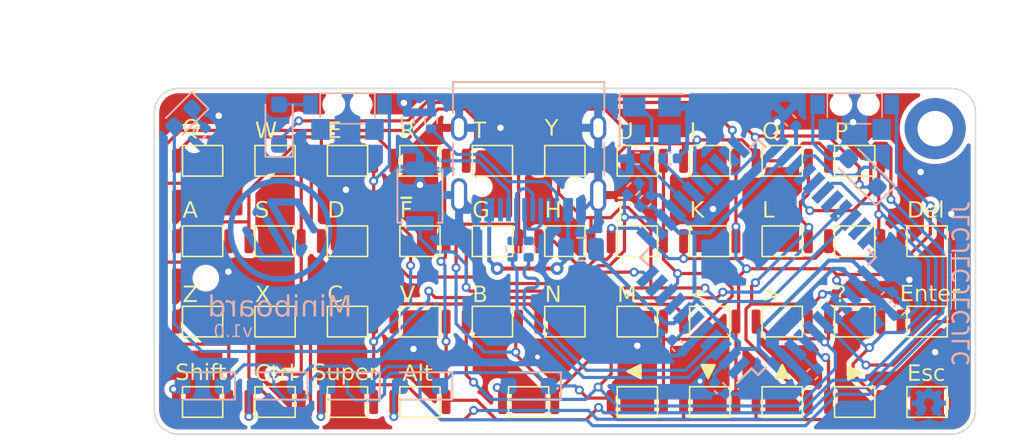
<source format=kicad_pcb>
(kicad_pcb (version 20221018) (generator pcbnew)
  (title_block (title "Miniboard") (rev "1.0") (comment 1 "MIT License (Open source hardware)"))
  (layers (0 "F.Cu" signal) (31 "B.Cu" signal) (34 "B.Paste" user) (35 "F.Paste" user) (36 "B.SilkS" user "B.Silkscreen") (37 "F.SilkS" user "F.Silkscreen") (38 "B.Mask" user) (39 "F.Mask" user) (44 "Edge.Cuts" user))
  (net 0 "")
  (net 1 "+5V")
  (net 2 "GND")
  (net 3 "ROW_0")
  (net 4 "ROW_1")
  (net 5 "ROW_2")
  (net 6 "ROW_3")
  (net 7 "ROW_4")
  (net 8 "VBUS")
  (net 9 "Net-(D1-A)")
  (net 10 "Net-(D2-A)")
  (net 11 "COL_0")
  (net 12 "COL_1")
  (net 13 "COL_2")
  (net 14 "COL_3")
  (net 15 "COL_4")
  (net 16 "COL_5")
  (net 17 "COL_6")
  (net 18 "COL_7")
  (net 19 "COL_8")
  (net 20 "COL_9")
  (net 21 "COL_10")
  (net 22 "Net-(D5-A)")
  (net 23 "Net-(D6-A)")
  (net 24 "Net-(D7-A)")
  (net 25 "Net-(D8-A)")
  (net 26 "Net-(D9-A)")
  (net 27 "Net-(J1-CC1)")
  (net 28 "Net-(J1-D+-PadA6)")
  (net 29 "Net-(J1-D--PadA7)")
  (net 31 "Net-(J1-CC2)")
  (net 33 "Net-(LD1-K)")
  (net 34 "LED")
  (net 35 "USB_D-")
  (net 36 "USB_D+")
  (net 37 "RESET")
  (net 38 "Net-(U1-XTAL1)")
  (net 39 "Net-(U1-XTAL2)")
  (net 40 "Net-(U1-AREF)")
  (net 41 "Net-(U1-UCAP)")
  (footprint "Miniboard:SW_1TS015A" (layer "F.Cu") (at 106.845 95.99 180)
    (fp_text reference "KEY36" hide)
    (fp_text value "SW_Push_45deg")
  )
  (footprint "Miniboard:SW_1TS015A" (layer "F.Cu") (at 138.345 85.99 180)
    (fp_text reference "KEY21" hide)
    (fp_text value "SW_Push_45deg")
  )
  (footprint "Miniboard:SW_1TS015A" (layer "F.Cu") (at 147.345 95.99 180)
    (fp_text reference "KEY44" hide)
    (fp_text value "SW_Push_45deg")
  )
  (footprint "Miniboard:SW_1TS015A" (layer "F.Cu") (at 133.845 85.99 180)
    (fp_text reference "KEY20" hide)
    (fp_text value "SW_Push_45deg")
  )
  (footprint "Miniboard:SW_1TS015A" (layer "F.Cu") (at 133.845 90.99 180)
    (fp_text reference "KEY31" hide)
    (fp_text value "SW_Push_45deg")
  )
  (footprint "Miniboard:SW_1TS015A" (layer "F.Cu") (at 129.345 80.99 180)
    (fp_text reference "KEY9" hide)
    (fp_text value "SW_Push_45deg")
  )
  (footprint "Miniboard:SW_1TS015A" (layer "F.Cu") (at 111.345 80.99 180)
    (fp_text reference "KEY5" hide)
    (fp_text value "SW_Push_45deg")
  )
  (footprint "Miniboard:SW_1TS015A" (layer "F.Cu") (at 129.345 85.99 180)
    (fp_text reference "KEY19" hide)
    (fp_text value "SW_Push_45deg")
  )
  (footprint "Miniboard:SW_1TS015A" (layer "F.Cu") (at 115.845 95.99 180)
    (fp_text reference "KEY38" hide)
    (fp_text value "SW_Push_45deg")
  )
  (footprint "Miniboard:SW_1TS015A" (layer "F.Cu") (at 102.345 90.99 180)
    (fp_text reference "KEY24" hide)
    (fp_text value "SW_Push_45deg")
  )
  (footprint "Miniboard:SW_1TS015A" (layer "F.Cu") (at 106.845 80.99 180)
    (fp_text reference "KEY4" hide)
    (fp_text value "SW_Push_45deg")
  )
  (footprint "Miniboard:SW_1TS015A" (layer "F.Cu") (at 122.595 95.99 180)
    (fp_text reference "KEY39" hide)
    (fp_text value "SW_Push_45deg")
  )
  (footprint "Miniboard:SW_1TS015A" (layer "F.Cu") (at 142.845 90.99 180)
    (fp_text reference "KEY33" hide)
    (fp_text value "SW_Push_45deg")
  )
  (footprint "Miniboard:SW_1TS015A" (layer "F.Cu") (at 129.345 95.99 180)
    (fp_text reference "KEY40" hide)
    (fp_text value "SW_Push_45deg")
  )
  (footprint "Miniboard:MountingHole" (layer "F.Cu") (at 102.545 88.29)
    (fp_text reference "H2" hide)
    (fp_text value "MountingHole" hide)
  )
  (footprint "Miniboard:SW_1TS015A" (layer "F.Cu") (at 138.345 80.99 180)
    (fp_text reference "KEY11" hide)
    (fp_text value "SW_Push_45deg")
  )
  (footprint "Miniboard:SW_1TS015A" (layer "F.Cu") (at 115.845 85.99 180)
    (fp_text reference "KEY16" hide)
    (fp_text value "SW_Push_45deg")
  )
  (footprint "Miniboard:SW_1TS015A" (layer "F.Cu") (at 142.845 95.99 180)
    (fp_text reference "KEY43" hide)
    (fp_text value "SW_Push_45deg")
  )
  (footprint "Miniboard:SW_1TS015A" (layer "F.Cu") (at 106.845 85.99 180)
    (fp_text reference "KEY14" hide)
    (fp_text value "SW_Push_45deg")
  )
  (footprint "Miniboard:SW_1TS015A" (layer "F.Cu") (at 138.345 95.99 180)
    (fp_text reference "KEY42" hide)
    (fp_text value "SW_Push_45deg")
  )
  (footprint "Miniboard:SW_1TS015A" (layer "F.Cu") (at 111.345 90.99 180)
    (fp_text reference "KEY26" hide)
    (fp_text value "SW_Push_45deg")
  )
  (footprint "Miniboard:SW_1TS015A" (layer "F.Cu") (at 142.845 80.99 180)
    (fp_text reference "KEY12" hide)
    (fp_text value "SW_Push_45deg")
  )
  (footprint "Miniboard:SW_1TS015A" (layer "F.Cu") (at 111.345 95.99 180)
    (fp_text reference "KEY37" hide)
    (fp_text value "SW_Push_45deg")
  )
  (footprint "Miniboard:SW_1TS015A" (layer "F.Cu") (at 147.345 85.99 180)
    (fp_text reference "KEY23" hide)
    (fp_text value "SW_Push_45deg")
  )
  (footprint "Miniboard:SW_1TS015A" (layer "F.Cu") (at 120.345 80.99 180)
    (fp_text reference "KEY7" hide)
    (fp_text value "SW_Push_45deg")
  )
  (footprint "Miniboard:SW_1TS015A" (layer "F.Cu") (at 115.845 90.99 180)
    (fp_text reference "KEY27" hide)
    (fp_text value "SW_Push_45deg")
  )
  (footprint "Miniboard:SW_1TS015A" (layer "F.Cu") (at 124.845 90.99 180)
    (fp_text reference "KEY29" hide)
    (fp_text value "SW_Push_45deg")
  )
  (footprint "MountingHole:MountingHole_2.2mm_M2_DIN965_Pad" (layer "F.Cu") (at 147.845 78.99)
    (fp_text reference "H1" hide)
    (fp_text value "MountingHole" hide)
  )
  (footprint "Miniboard:SW_1TS015A" (layer "F.Cu") (at 102.345 80.99 180)
    (fp_text reference "KEY3" hide)
    (fp_text value "SW_Push_45deg")
  )
  (footprint "Miniboard:SW_1TS015A" (layer "F.Cu") (at 102.345 85.99 180)
    (fp_text reference "KEY13" hide)
    (fp_text value "SW_Push_45deg")
  )
  (footprint "Miniboard:SW_1TS015A" (layer "F.Cu") (at 129.345 90.99 180)
    (fp_text reference "KEY30" hide)
    (fp_text value "SW_Push_45deg")
  )
  (footprint "Miniboard:SW_1TS015A" (layer "F.Cu") (at 106.845 90.99 180)
    (fp_text reference "KEY25" hide)
    (fp_text value "SW_Push_45deg")
  )
  (footprint "Miniboard:SW_1TS015A" (layer "F.Cu") (at 102.345 95.99 180)
    (fp_text reference "KEY35" hide)
    (fp_text value "SW_Push_45deg")
  )
  (footprint "Miniboard:SW_1TS015A" (layer "F.Cu") (at 120.345 90.99 180)
    (fp_text reference "KEY28" hide)
    (fp_text value "SW_Push_45deg")
  )
  (footprint "Miniboard:SW_1TS015A" (layer "F.Cu") (at 120.345 85.99 180)
    (fp_text reference "KEY17" hide)
    (fp_text value "SW_Push_45deg")
  )
  (footprint "Miniboard:SW_1TS015A" (layer "F.Cu") (at 115.845 80.99 180)
    (fp_text reference "KEY6" hide)
    (fp_text value "SW_Push_45deg")
  )
  (footprint "Miniboard:SW_1TS015A" (layer "F.Cu") (at 124.845 85.99 180)
    (fp_text reference "KEY18" hide)
    (fp_text value "SW_Push_45deg")
  )
  (footprint "Miniboard:SW_1TS015A" (layer "F.Cu") (at 147.345 90.99 180)
    (fp_text reference "KEY34" hide)
    (fp_text value "SW_Push_45deg")
  )
  (footprint "Miniboard:SW_1TS015A" (layer "F.Cu") (at 133.845 95.99 180)
    (fp_text reference "KEY41" hide)
    (fp_text value "SW_Push_45deg")
  )
  (footprint "Miniboard:SW_1TS015A" (layer "F.Cu") (at 133.845 80.99 180)
    (fp_text reference "KEY10" hide)
    (fp_text value "SW_Push_45deg")
  )
  (footprint "Miniboard:SW_1TS015A" (layer "F.Cu") (at 142.845 85.99 180)
    (fp_text reference "KEY22" hide)
    (fp_text value "SW_Push_45deg")
  )
  (footprint "Miniboard:SW_1TS015A" (layer "F.Cu") (at 138.345 90.99 180)
    (fp_text reference "KEY32" hide)
    (fp_text value "SW_Push_45deg")
  )
  (footprint "Miniboard:SW_1TS015A" (layer "F.Cu") (at 111.345 85.99 180)
    (fp_text reference "KEY15" hide)
    (fp_text value "SW_Push_45deg")
  )
  (footprint "Miniboard:SW_1TS015A" (layer "F.Cu") (at 124.845 80.99 180)
    (fp_text reference "KEY8" hide)
    (fp_text value "SW_Push_45deg")
  )
  (footprint "Miniboard:SW_2x4x3.5mm_side" (layer "B.Cu") (at 142.845 77.49 180)
    (fp_text reference "KEY2" hide)
    (fp_text value "SW_Push_45deg")
  )
  (footprint "Resistor_SMD:R_0402_1005Metric" (layer "B.Cu") (at 122.595 86.48 -90)
    (fp_text reference "R4" hide)
    (fp_text value "22")
  )
  (footprint "Crystal:Crystal_SMD_3225-4Pin_3.2x2.5mm" (layer "B.Cu") (at 130.245 78.49)
    (fp_text reference "Y1" hide)
    (fp_text value "16MHz")
  )
  (footprint "Capacitor_SMD:C_0402_1005Metric" (layer "B.Cu") (at 129.845 83.49 45)
    (fp_text reference "C4" hide)
    (fp_text value "100nF")
  )
  (footprint "Capacitor_SMD:C_0402_1005Metric" (layer "B.Cu") (at 144.845 89.49 -135)
    (fp_text reference "C3" hide)
    (fp_text value "100nF")
  )
  (footprint "Resistor_SMD:R_0402_1005Metric" (layer "B.Cu") (at 116.535 78.49 90)
    (fp_text reference "R2" hide)
    (fp_text value "5.1k")
  )
  (footprint "Resistor_SMD:R_0402_1005Metric" (layer "B.Cu") (at 129.095 82.74 -135)
    (fp_text reference "R6" hide)
    (fp_text value "10k")
  )
  (footprint "Resistor_SMD:R_0402_1005Metric" (layer "B.Cu") (at 102.145 79.29 -135)
    (fp_text reference "R5" hide)
    (fp_text value "5.1k")
  )
  (footprint "Resistor_SMD:R_0402_1005Metric" (layer "B.Cu") (at 115.095 78.49 90)
    (fp_text reference "R1" hide)
    (fp_text value "5.1k")
  )
  (footprint "Capacitor_SMD:C_0402_1005Metric" (layer "B.Cu") (at 138.845 78.49 135)
    (fp_text reference "C5" hide)
    (fp_text value "100nF")
  )
  (footprint "Diode_SMD:D_SOD-323_HandSoldering" (layer "B.Cu") (at 102.345 94.99 180)
    (fp_text reference "D5" hide)
    (fp_text value "1N4148")
  )
  (footprint "Connector_USB:USB_C_Receptacle_HRO_TYPE-C-31-M-12" (layer "B.Cu") (at 122.595 79.99)
    (fp_text reference "J1" hide)
    (fp_text value "USB_C_Receptacle_USB2.0")
  )
  (footprint "Diode_SMD:D_SOD-323_HandSoldering" (layer "B.Cu") (at 143.345 81.74 135)
    (fp_text reference "D2" hide)
    (fp_text value "1N4148")
  )
  (footprint "Package_QFP:TQFP-44_10x10mm_P0.8mm" (layer "B.Cu") (at 136.845 86.99 45)
    (fp_text reference "U1" hide)
    (fp_text value "ATmega16U4-A")
  )
  (footprint "Diode_SMD:D_SOD-323_HandSoldering" (layer "B.Cu") (at 111.345 94.99 180)
    (fp_text reference "D7" hide)
    (fp_text value "1N4148")
  )
  (footprint "Miniboard:SW_2x4x3.5mm_side" (layer "B.Cu") (at 111.345 77.49 180)
    (fp_text reference "KEY1" hide)
    (fp_text value "SW_Push_45deg")
  )
  (footprint "Button_Switch_SMD:SW_SPST_B3U-1000P" (layer "B.Cu") (at 115.845 83.19 -90)
    (fp_text reference "SW1" hide)
    (fp_text value "RESET")
  )
  (footprint "Capacitor_SMD:C_0402_1005Metric" (layer "B.Cu") (at 134.4844 95.1294 -45)
    (fp_text reference "C1" hide)
    (fp_text value "1uF")
  )
  (footprint "Capacitor_SMD:C_0402_1005Metric" (layer "B.Cu") (at 140.2226 94.2645 -135)
    (fp_text reference "C8" hide)
    (fp_text value "100nF")
  )
  (footprint "Capacitor_SMD:C_0402_1005Metric" (layer "B.Cu") (at 145.6128 90.2543 -135)
    (fp_text reference "C2" hide)
    (fp_text value "1uF")
  )
  (footprint "Fuse:Fuse_0805_2012Metric" (layer "B.Cu") (at 125.845 86.49)
    (fp_text reference "F1" hide)
    (fp_text value "500mA, 6V")
  )
  (footprint "Diode_SMD:D_SOD-323_HandSoldering" (layer "B.Cu") (at 122.595 94.99 180)
    (fp_text reference "D9" hide)
    (fp_text value "1N4148")
  )
  (footprint "Capacitor_SMD:C_0402_1005Metric" (layer "B.Cu") (at 131.845 92.49 -45)
    (fp_text reference "C9" hide)
    (fp_text value "1uF")
  )
  (footprint "Capacitor_SMD:C_0402_1005Metric" (layer "B.Cu") (at 131.345 80.84 180)
    (fp_text reference "C6" hide)
    (fp_text value "12pF")
  )
  (footprint "Resistor_SMD:R_0402_1005Metric" (layer "B.Cu") (at 121.595 86.48 -90)
    (fp_text reference "R3" hide)
    (fp_text value "22")
  )
  (footprint "LED_SMD:LED_0603_1608Metric" (layer "B.Cu") (at 101.145 78.29 -135)
    (fp_text reference "LD1" hide)
    (fp_text value "Blue")
  )
  (footprint "Diode_SMD:D_SOD-323_HandSoldering" (layer "B.Cu") (at 107.095 78.74 90)
    (fp_text reference "D1" hide)
    (fp_text value "1N4148")
  )
  (footprint "LOGO" (layer "B.Cu") (at 107.145 85.29 180)
    (fp_text reference "G***" hide)
    (fp_text value "LOGO" hide)
  )
  (footprint "Diode_SMD:D_SOD-323_HandSoldering" (layer "B.Cu") (at 115.845 94.99 180)
    (fp_text reference "D8" hide)
    (fp_text value "1N4148")
  )
  (footprint "Diode_SMD:D_SOD-323_HandSoldering" (layer "B.Cu") (at 106.845 94.99 180)
    (fp_text reference "D6" hide)
    (fp_text value "1N4148")
  )
  (footprint "Capacitor_SMD:C_0402_1005Metric" (layer "B.Cu") (at 129.345 80.84)
    (fp_text reference "C7" hide)
    (fp_text value "12pF")
  )
  (gr_poly (pts (xy 147.32041 94.998512) (xy 147.319806 94.998557) (xy 147.319204 94.998631) (xy 147.318607 94.998733) (xy 147.318014 94.998863) (xy 147.317427 94.999019) (xy 147.316847 94.999202) (xy 147.316274 94.99941) (xy 147.315709 94.999643) (xy 147.315154 94.999899) (xy 147.314609 95.000178) (xy 147.314075 95.00048) (xy 147.313553 95.000804) (xy 147.313043 95.001148) (xy 147.312548 95.001512) (xy 147.312067 95.001896) (xy 147.311602 95.002299) (xy 147.311153 95.002719) (xy 147.310721 95.003157) (xy 147.310308 95.003611) (xy 147.309913 95.00408) (xy 147.309539 95.004565) (xy 147.309186 95.005064) (xy 147.308854 95.005576) (xy 147.308545 95.006101) (xy 147.30826 95.006638) (xy 147.307999 95.007186) (xy 147.307764 95.007745) (xy 147.307555 95.008313) (xy 147.307373 95.008891) (xy 147.307219 95.009477) (xy 147.307094 95.01007) (xy 147.25685 95.279993) (xy 147.256723 95.280591) (xy 147.256569 95.281191) (xy 147.256182 95.282393) (xy 147.255698 95.283592) (xy 147.255121 95.284779) (xy 147.25446 95.285946) (xy 147.25372 95.287086) (xy 147.252909 95.288191) (xy 147.252034 95.289254) (xy 147.2511 95.290265) (xy 147.250116 95.291218) (xy 147.249087 95.292104) (xy 147.24802 95.292916) (xy 147.246923 95.293646) (xy 147.245802 95.294286) (xy 147.245235 95.294569) (xy 147.244664 95.294828) (xy 147.24409 95.29506) (xy 147.243515 95.295264) (xy 147.062603 95.369321) (xy 147.061479 95.369816) (xy 147.060287 95.370229) (xy 147.059038 95.370562) (xy 147.057741 95.370814) (xy 147.056408 95.370987) (xy 147.055049 95.371082) (xy 147.053674 95.371098) (xy 147.052295 95.371038) (xy 147.05092 95.370901) (xy 147.049562 95.370688) (xy 147.048229 95.3704) (xy 147.046934 95.370038) (xy 147.045686 95.369602) (xy 147.044496 95.369093) (xy 147.043374 95.368513) (xy 147.042331 95.367861) (xy 146.816827 95.213111) (xy 146.816319 95.21278) (xy 146.815796 95.212475) (xy 146.815259 95.212196) (xy 146.814709 95.211942) (xy 146.814148 95.211713) (xy 146.813576 95.21151) (xy 146.812995 95.211332) (xy 146.812406 95.211179) (xy 146.81181 95.211052) (xy 146.811208 95.210949) (xy 146.809991 95.210817) (xy 146.808765 95.210784) (xy 146.807538 95.210849) (xy 146.806319 95.21101) (xy 146.805119 95.211267) (xy 146.803946 95.21162) (xy 146.803372 95.211831) (xy 146.802809 95.212066) (xy 146.802257 95.212325) (xy 146.801718 95.212606) (xy 146.801192 95.212911) (xy 146.800681 95.213239) (xy 146.800186 95.213589) (xy 146.799708 95.213963) (xy 146.799249 95.214359) (xy 146.798808 95.214778) (xy 146.608896 95.404691) (xy 146.608477 95.405131) (xy 146.608081 95.405591) (xy 146.607708 95.406069) (xy 146.607358 95.406564) (xy 146.607031 95.407075) (xy 146.606727 95.407601) (xy 146.606189 95.408694) (xy 146.605744 95.409832) (xy 146.605394 95.411006) (xy 146.605138 95.412208) (xy 146.604979 95.413428) (xy 146.604915 95.414656) (xy 146.604949 95.415884) (xy 146.605081 95.417102) (xy 146.605311 95.418302) (xy 146.60564 95.419473) (xy 146.605842 95.420045) (xy 146.606069 95.420606) (xy 146.606321 95.421156) (xy 146.606598 95.421693) (xy 146.606901 95.422217) (xy 146.607229 95.422725) (xy 146.75928 95.64434) (xy 146.759934 95.645387) (xy 146.760514 95.646511) (xy 146.76102 95.6477) (xy 146.761452 95.648946) (xy 146.761807 95.650236) (xy 146.762087 95.651562) (xy 146.76229 95.652913) (xy 146.762415 95.654279) (xy 146.762462 95.65565) (xy 146.762431 95.657015) (xy 146.76232 95.658364) (xy 146.762128 95.659687) (xy 146.761857 95.660975) (xy 146.761503 95.662215) (xy 146.761068 95.663399) (xy 146.76055 95.664517) (xy 146.680556 95.851143) (xy 146.680099 95.852289) (xy 146.679537 95.853425) (xy 146.678878 95.854543) (xy 146.678131 95.855637) (xy 146.677302 95.8567) (xy 146.676401 95.857726) (xy 146.675434 95.858708) (xy 146.67441 95.859638) (xy 146.673337 95.860511) (xy 146.672222 95.861319) (xy 146.671074 95.862055) (xy 146.6699 95.862714) (xy 146.668709 95.863287) (xy 146.667508 95.863769) (xy 146.666305 95.864152) (xy 146.665109 95.864431) (xy 146.40414 95.91296) (xy 146.403548 95.913088) (xy 146.402964 95.913245) (xy 146.402388 95.913429) (xy 146.40182 95.91364) (xy 146.401263 95.913877) (xy 146.400716 95.91414) (xy 146.40018 95.914427) (xy 146.399656 95.914737) (xy 146.398646 95.915424) (xy 146.397694 95.916194) (xy 146.396804 95.91704) (xy 146.395982 95.917955) (xy 146.395236 95.918932) (xy 146.394569 95.919964) (xy 146.39399 95.921044) (xy 146.393734 95.9216) (xy 146.393503 95.922165) (xy 146.393296 95.922738) (xy 146.393114 95.923319) (xy 146.392959 95.923907) (xy 146.39283 95.9245) (xy 146.392729 95.925099) (xy 146.392656 95.925701) (xy 146.392613 95.926307) (xy 146.392599 95.926914) (xy 146.392631 96.195504) (xy 146.392646 96.19611) (xy 146.392691 96.196715) (xy 146.392765 96.197317) (xy 146.392868 96.197915) (xy 146.392998 96.198508) (xy 146.393155 96.199096) (xy 146.393338 96.199677) (xy 146.393546 96.200251) (xy 146.393779 96.200817) (xy 146.394036 96.201373) (xy 146.394316 96.201919) (xy 146.394618 96.202455) (xy 146.394942 96.202978) (xy 146.395287 96.203488) (xy 146.395652 96.203985) (xy 146.396036 96.204467) (xy 146.396439 96.204933) (xy 146.396859 96.205383) (xy 146.397297 96.205816) (xy 146.397751 96.20623) (xy 146.398221 96.206625) (xy 146.398706 96.207) (xy 146.399204 96.207354) (xy 146.399716 96.207686) (xy 146.400241 96.207995) (xy 146.400778 96.20828) (xy 146.401325 96.208541) (xy 146.401883 96.208776) (xy 146.402451 96.208984) (xy 146.403027 96.209165) (xy 146.403612 96.209318) (xy 146.404204 96.209442) (xy 146.658759 96.256813) (xy 146.659359 96.256936) (xy 146.659959 96.257086) (xy 146.66056 96.257264) (xy 146.66116 96.257467) (xy 146.662355 96.257949) (xy 146.663536 96.258524) (xy 146.664695 96.259186) (xy 146.665826 96.259928) (xy 146.66692 96.260743) (xy 146.667969 96.261623) (xy 146.668966 96.262562) (xy 146.669904 96.263553) (xy 146.670775 96.264589) (xy 146.671571 96.265662) (xy 146.672285 96.266767) (xy 146.672909 96.267895) (xy 146.673435 96.26904) (xy 146.67366 96.269617) (xy 146.673857 96.270195) (xy 146.753327 96.468712) (xy 146.753818 96.469841) (xy 146.754228 96.471037) (xy 146.754557 96.472289) (xy 146.754806 96.473588) (xy 146.754975 96.474921) (xy 146.755066 96.47628) (xy 146.755079 96.477654) (xy 146.755015 96.479033) (xy 146.754876 96.480406) (xy 146.75466 96.481762) (xy 146.754371 96.483093) (xy 146.754008 96.484386) (xy 146.753572 96.485632) (xy 146.753063 96.486821) (xy 146.752484 96.487942) (xy 146.751835 96.488985) (xy 146.607229 96.699694) (xy 146.606898 96.700202) (xy 146.606593 96.700725) (xy 146.606314 96.701262) (xy 146.60606 96.701812) (xy 146.605831 96.702374) (xy 146.605628 96.702947) (xy 146.60545 96.703529) (xy 146.605297 96.704119) (xy 146.60517 96.704716) (xy 146.605067 96.705319) (xy 146.604935 96.706539) (xy 146.604902 96.707768) (xy 146.604967 96.708998) (xy 146.605128 96.710219) (xy 146.605386 96.711423) (xy 146.605738 96.712598) (xy 146.605949 96.713173) (xy 146.606184 96.713738) (xy 146.606443 96.714291) (xy 146.606724 96.714831) (xy 146.607029 96.715358) (xy 146.607357 96.715869) (xy 146.607707 96.716365) (xy 146.608081 96.716843) (xy 146.608477 96.717303) (xy 146.608896 96.717743) (xy 146.79884 96.907656) (xy 146.799278 96.908072) (xy 146.799735 96.908466) (xy 146.800211 96.908837) (xy 146.800704 96.909185) (xy 146.801213 96.909511) (xy 146.801738 96.909813) (xy 146.802828 96.91035) (xy 146.803964 96.910794) (xy 146.805137 96.911144) (xy 146.806338 96.9114) (xy 146.807558 96.911561) (xy 146.808786 96.911626) (xy 146.810015 96.911594) (xy 146.811234 96.911465) (xy 146.812434 96.911237) (xy 146.813605 96.910909) (xy 146.814178 96.910708) (xy 146.81474 96.910482) (xy 146.81529 96.91023) (xy 146.815827 96.909953) (xy 146.81635 96.909651) (xy 146.816858 96.909323) (xy 147.023853 96.767258) (xy 147.024893 96.76661) (xy 147.026008 96.766042) (xy 147.027186 96.765554) (xy 147.028418 96.765146) (xy 147.029693 96.764819) (xy 147.031002 96.764572) (xy 147.032334 96.764406) (xy 147.033679 96.764321) (xy 147.035027 96.764317) (xy 147.036368 96.764394) (xy 147.037692 96.764553) (xy 147.038988 96.764793) (xy 147.040247 96.765115) (xy 147.041458 96.76552) (xy 147.042611 96.766006) (xy 147.043696 96.766575) (xy 147.134978 96.815311) (xy 147.135523 96.815571) (xy 147.136074 96.815799) (xy 147.136628 96.815996) (xy 147.137184 96.816163) (xy 147.137743 96.816299) (xy 147.138302 96.816405) (xy 147.13886 96.816481) (xy 147.139418 96.816529) (xy 147.139973 96.816547) (xy 147.140526 96.816537) (xy 147.141074 96.816498) (xy 147.141618 96.816432) (xy 147.142155 96.816338) (xy 147.142686 96.816217) (xy 147.143209 96.816069) (xy 147.143723 96.815895) (xy 147.144227 96.815694) (xy 147.144721 96.815468) (xy 147.145203 96.815216) (xy 147.145672 96.814939) (xy 147.146128 96.814638) (xy 147.14657 96.814312) (xy 147.146996 96.813962) (xy 147.147406 96.813588) (xy 147.147798 96.813191) (xy 147.148172 96.812771) (xy 147.148527 96.812328) (xy 147.148862 96.811863) (xy 147.149175 96.811376) (xy 147.149467 96.810867) (xy 147.149735 96.810338) (xy 147.149979 96.809787) (xy 147.338178 96.355) (xy 147.338395 96.354434) (xy 147.338584 96.35386) (xy 147.338744 96.353278) (xy 147.338877 96.35269) (xy 147.338981 96.352096) (xy 147.339058 96.351498) (xy 147.339108 96.350897) (xy 147.339132 96.350294) (xy 147.339129 96.34969) (xy 147.3391 96.349086) (xy 147.339046 96.348482) (xy 147.338966 96.347882) (xy 147.338862 96.347284) (xy 147.338733 96.346691) (xy 147.33858 96.346103) (xy 147.338404 96.345522) (xy 147.338204 96.344949) (xy 147.337981 96.344384) (xy 147.337736 96.343829) (xy 147.337468 96.343285) (xy 147.337178 96.342753) (xy 147.336867 96.342234) (xy 147.336535 96.341729) (xy 147.336182 96.341239) (xy 147.335808 96.340766) (xy 147.335415 96.340309) (xy 147.335002 96.339872) (xy 147.334569 96.339454) (xy 147.334118 96.339056) (xy 147.333648 96.33868) (xy 147.333159 96.338327) (xy 147.332653 96.337998) (xy 147.309809 96.324012) (xy 147.308165 96.322965) (xy 147.306409 96.32177) (xy 147.304576 96.320452) (xy 147.302697 96.319039) (xy 147.300807 96.317556) (xy 147.298937 96.316029) (xy 147.297122 96.314484) (xy 147.295395 96.312947) (xy 147.280272 96.302596) (xy 147.26584 96.291357) (xy 147.252137 96.27927) (xy 147.239203 96.266374) (xy 147.227078 96.252707) (xy 147.2158 96.238309) (xy 147.20541 96.22322) (xy 147.195946 96.207477) (xy 147.187447 96.191122) (xy 147.179954 96.174191) (xy 147.173506 96.156726) (xy 147.168142 96.138765) (xy 147.163901 96.120346) (xy 147.160823 96.10151) (xy 147.158948 96.082295) (xy 147.158314 96.062741) (xy 147.1587 96.047455) (xy 147.159847 96.03237) (xy 147.161736 96.017505) (xy 147.164348 96.002877) (xy 147.167665 95.988506) (xy 147.171668 95.97441) (xy 147.176337 95.960609) (xy 147.181656 95.94712) (xy 147.187604 95.933962) (xy 147.194164 95.921154) (xy 147.201316 95.908715) (xy 147.209041 95.896663) (xy 147.217323 95.885018) (xy 147.22614 95.873797) (xy 147.235476 95.863019) (xy 147.245311 95.852703) (xy 147.255626 95.842868) (xy 147.266404 95.833532) (xy 147.277624 95.824714) (xy 147.289269 95.816432) (xy 147.301321 95.808706) (xy 147.313759 95.801554) (xy 147.326566 95.794995) (xy 147.339723 95.789046) (xy 147.353211 95.783728) (xy 147.367012 95.779058) (xy 147.381106 95.775055) (xy 147.395476 95.771739) (xy 147.410103 95.769126) (xy 147.424967 95.767238) (xy 147.440051 95.76609) (xy 147.455335 95.765704) (xy 147.470619 95.76609) (xy 147.485703 95.767238) (xy 147.500568 95.769126) (xy 147.515195 95.771739) (xy 147.529565 95.775055) (xy 147.54366 95.779058) (xy 147.557461 95.783728) (xy 147.57095 95.789046) (xy 147.584107 95.794995) (xy 147.596915 95.801554) (xy 147.609354 95.808706) (xy 147.621406 95.816432) (xy 147.633052 95.824714) (xy 147.644273 95.833532) (xy 147.655051 95.842868) (xy 147.665367 95.852703) (xy 147.675203 95.863019) (xy 147.684539 95.873797) (xy 147.693358 95.885018) (xy 147.70164 95.896663) (xy 147.709366 95.908715) (xy 147.716519 95.921154) (xy 147.723079 95.933962) (xy 147.729028 95.94712) (xy 147.734347 95.960609) (xy 147.739017 95.97441) (xy 147.74302 95.988506) (xy 147.746337 96.002877) (xy 147.748949 96.017505) (xy 147.750839 96.03237) (xy 147.751986 96.047455) (xy 147.752372 96.062741) (xy 147.752213 96.072558) (xy 147.751738 96.082295) (xy 147.750953 96.091948) (xy 147.749862 96.10151) (xy 147.748471 96.110978) (xy 147.746783 96.120346) (xy 147.744806 96.12961) (xy 147.742542 96.138765) (xy 147.739997 96.147805) (xy 147.737177 96.156726) (xy 147.734085 96.165523) (xy 147.730728 96.174191) (xy 147.727109 96.182726) (xy 147.723234 96.191122) (xy 147.714735 96.207477) (xy 147.70527 96.22322) (xy 147.694879 96.238309) (xy 147.683601 96.252707) (xy 147.671476 96.266374) (xy 147.658543 96.27927) (xy 147.644842 96.291357) (xy 147.630411 96.302596) (xy 147.615292 96.312947) (xy 147.613554 96.314484) (xy 147.611733 96.316029) (xy 147.60986 96.317556) (xy 147.607967 96.319039) (xy 147.606087 96.320452) (xy 147.604252 96.321769) (xy 147.602494 96.322965) (xy 147.600845 96.324012) (xy 147.578001 96.337998) (xy 147.577492 96.338327) (xy 147.577001 96.33868) (xy 147.576529 96.339056) (xy 147.576075 96.339454) (xy 147.575641 96.339872) (xy 147.575226 96.340309) (xy 147.574457 96.341239) (xy 147.57377 96.342234) (xy 147.573168 96.343285) (xy 147.572655 96.344384) (xy 147.572233 96.345522) (xy 147.571904 96.346691) (xy 147.571673 96.347882) (xy 147.571541 96.349086) (xy 147.571511 96.350294) (xy 147.571588 96.351498) (xy 147.571666 96.352096) (xy 147.571772 96.35269) (xy 147.571905 96.353278) (xy 147.572067 96.35386) (xy 147.572257 96.354434) (xy 147.572477 96.355) (xy 147.76069 96.809771) (xy 147.760935 96.810322) (xy 147.761204 96.810852) (xy 147.761495 96.811361) (xy 147.761809 96.811848) (xy 147.762144 96.812313) (xy 147.762499 96.812756) (xy 147.762874 96.813177) (xy 147.763267 96.813574) (xy 147.763677 96.813949) (xy 147.764103 96.814299) (xy 147.764545 96.814626) (xy 147.765002 96.814928) (xy 147.765472 96.815205) (xy 147.765954 96.815457) (xy 147.766448 96.815684) (xy 147.766953 96.815885) (xy 147.767468 96.81606) (xy 147.767991 96.816208) (xy 147.768522 96.816329) (xy 147.769059 96.816423) (xy 147.769603 96.81649) (xy 147.770151 96.816528) (xy 147.770704 96.816538) (xy 147.771259 96.81652) (xy 147.771816 96.816472) (xy 147.772374 96.816395) (xy 147.772933 96.816288) (xy 147.77349 96.816151) (xy 147.774046 96.815984) (xy 147.774599 96.815786) (xy 147.775148 96.815556) (xy 147.775692 96.815296) (xy 147.866974 96.766559) (xy 147.868056 96.765991) (xy 147.869207 96.765505) (xy 147.870417 96.765101) (xy 147.871675 96.76478) (xy 147.872971 96.76454) (xy 147.874295 96.764382) (xy 147.875636 96.764306) (xy 147.876985 96.764311) (xy 147.878331 96.764397) (xy 147.879664 96.764563) (xy 147.880974 96.76481) (xy 147.88225 96.765137) (xy 147.883483 96.765544) (xy 147.884662 96.766031) (xy 147.885777 96.766597) (xy 147.886817 96.767242) (xy 148.093796 96.909307) (xy 148.094305 96.909635) (xy 148.09483 96.909938) (xy 148.095368 96.910215) (xy 148.095919 96.910466) (xy 148.096482 96.910693) (xy 148.097055 96.910894) (xy 148.097637 96.91107) (xy 148.098228 96.911221) (xy 148.098825 96.911348) (xy 148.099428 96.911449) (xy 148.100647 96.911579) (xy 148.101876 96.911611) (xy 148.103104 96.911546) (xy 148.104324 96.911385) (xy 148.105525 96.911128) (xy 148.106699 96.910778) (xy 148.107272 96.910568) (xy 148.107835 96.910334) (xy 148.108387 96.910077) (xy 148.108926 96.909798) (xy 148.109451 96.909495) (xy 148.109962 96.909169) (xy 148.110456 96.908821) (xy 148.110932 96.90845) (xy 148.111391 96.908056) (xy 148.11183 96.90764) (xy 148.301774 96.717728) (xy 148.302191 96.717287) (xy 148.302586 96.716828) (xy 148.302959 96.716349) (xy 148.303308 96.715854) (xy 148.303635 96.715342) (xy 148.303939 96.714815) (xy 148.304477 96.713722) (xy 148.304922 96.712583) (xy 148.305273 96.711407) (xy 148.30553 96.710204) (xy 148.305691 96.708983) (xy 148.305756 96.707753) (xy 148.305724 96.706523) (xy 148.305593 96.705304) (xy 148.305364 96.704103) (xy 148.305035 96.702931) (xy 148.304833 96.702359) (xy 148.304605 96.701797) (xy 148.304352 96.701246) (xy 148.304074 96.700709) (xy 148.30377 96.700186) (xy 148.303441 96.699678) (xy 148.158851 96.488969) (xy 148.158196 96.487926) (xy 148.157613 96.486805) (xy 148.157101 96.485617) (xy 148.156662 96.48437) (xy 148.156297 96.483077) (xy 148.156006 96.481747) (xy 148.155791 96.48039) (xy 148.155651 96.479017) (xy 148.155587 96.477639) (xy 148.155601 96.476265) (xy 148.155692 96.474906) (xy 148.155862 96.473572) (xy 148.156112 96.472274) (xy 148.156441 96.471022) (xy 148.156852 96.469826) (xy 148.157343 96.468697) (xy 148.236814 96.27018) (xy 148.237009 96.269601) (xy 148.237233 96.269024) (xy 148.237758 96.267879) (xy 148.238382 96.266751) (xy 148.239097 96.265646) (xy 148.239895 96.264573) (xy 148.240768 96.263537) (xy 148.241709 96.262546) (xy 148.242709 96.261607) (xy 148.243761 96.260727) (xy 148.244858 96.259912) (xy 148.245991 96.259171) (xy 148.247152 96.258509) (xy 148.248334 96.257933) (xy 148.249529 96.257452) (xy 148.250729 96.257071) (xy 148.251329 96.25692) (xy 148.251927 96.256797) (xy 148.506482 96.209426) (xy 148.507075 96.209303) (xy 148.507661 96.20915) (xy 148.508239 96.208969) (xy 148.508807 96.20876) (xy 148.509366 96.208525) (xy 148.509914 96.208264) (xy 148.510451 96.207979) (xy 148.510976 96.20767) (xy 148.511488 96.207338) (xy 148.511987 96.206984) (xy 148.512941 96.206214) (xy 148.513833 96.205368) (xy 148.514656 96.204451) (xy 148.515404 96.203472) (xy 148.516072 96.202439) (xy 148.516653 96.201357) (xy 148.517142 96.200235) (xy 148.51735 96.199661) (xy 148.517533 96.19908) (xy 148.517689 96.198492) (xy 148.517819 96.197899) (xy 148.517921 96.197301) (xy 148.517995 96.196699) (xy 148.51804 96.196094) (xy 148.518055 96.195488) (xy 148.518071 95.926899) (xy 148.518056 95.926292) (xy 148.518011 95.925688) (xy 148.517937 95.925087) (xy 148.517835 95.92449) (xy 148.517706 95.923897) (xy 148.51755 95.923311) (xy 148.517368 95.922731) (xy 148.51716 95.922158) (xy 148.516928 95.921594) (xy 148.516672 95.921039) (xy 148.516393 95.920494) (xy 148.516092 95.91996) (xy 148.515769 95.919438) (xy 148.515425 95.918929) (xy 148.515061 95.918434) (xy 148.514678 95.917953) (xy 148.514275 95.917488) (xy 148.513855 95.917039) (xy 148.513418 95.916607) (xy 148.512964 95.916193) (xy 148.512495 95.915798) (xy 148.51201 95.915423) (xy 148.511511 95.915069) (xy 148.510999 95.914736) (xy 148.510473 95.914426) (xy 148.509936 95.91414) (xy 148.509387 95.913877) (xy 148.508828 95.91364) (xy 148.508258 95.913429) (xy 148.50768 95.913245) (xy 148.507093 95.913088) (xy 148.506498 95.91296) (xy 148.245545 95.864431) (xy 148.244945 95.864305) (xy 148.244343 95.864152) (xy 148.243136 95.863769) (xy 148.241932 95.863287) (xy 148.240738 95.862714) (xy 148.239563 95.862055) (xy 148.238414 95.861319) (xy 148.237299 95.860511) (xy 148.236226 95.859638) (xy 148.235203 95.858708) (xy 148.234238 95.857726) (xy 148.233338 95.8567) (xy 148.232512 95.855637) (xy 148.231767 95.854543) (xy 148.231111 95.853425) (xy 148.230552 95.852289) (xy 148.230312 95.851717) (xy 148.230098 95.851143) (xy 148.150088 95.664517) (xy 148.149573 95.663399) (xy 148.14914 95.662215) (xy 148.148789 95.660975) (xy 148.148519 95.659687) (xy 148.148328 95.658364) (xy 148.148218 95.657015) (xy 148.148186 95.65565) (xy 148.148233 95.654279) (xy 148.148357 95.652913) (xy 148.148558 95.651562) (xy 148.148836 95.650236) (xy 148.149189 95.648946) (xy 148.149617 95.6477) (xy 148.150119 95.646511) (xy 148.150694 95.645387) (xy 148.151343 95.64434) (xy 148.303409 95.422725) (xy 148.30374 95.422217) (xy 148.304045 95.421693) (xy 148.304324 95.421156) (xy 148.304578 95.420606) (xy 148.304806 95.420045) (xy 148.305009 95.419473) (xy 148.305186 95.418891) (xy 148.305339 95.418302) (xy 148.305466 95.417705) (xy 148.305568 95.417102) (xy 148.305699 95.415884) (xy 148.305731 95.414656) (xy 148.305665 95.413428) (xy 148.305503 95.412208) (xy 148.305246 95.411006) (xy 148.304893 95.409832) (xy 148.304682 95.409258) (xy 148.304447 95.408694) (xy 148.304189 95.408141) (xy 148.303908 95.407601) (xy 148.303604 95.407075) (xy 148.303277 95.406564) (xy 148.302927 95.406069) (xy 148.302555 95.405591) (xy 148.30216 95.405131) (xy 148.301742 95.404691) (xy 148.111814 95.214778) (xy 148.111375 95.214359) (xy 148.110916 95.213963) (xy 148.11044 95.213589) (xy 148.109946 95.213239) (xy 148.109435 95.212911) (xy 148.10891 95.212606) (xy 148.107819 95.212066) (xy 148.106683 95.21162) (xy 148.105509 95.211268) (xy 148.104308 95.21101) (xy 148.103088 95.210849) (xy 148.10186 95.210784) (xy 148.100631 95.210817) (xy 148.099412 95.210949) (xy 148.098212 95.211179) (xy 148.097039 95.21151) (xy 148.096466 95.211713) (xy 148.095903 95.211942) (xy 148.095352 95.212196) (xy 148.094814 95.212475) (xy 148.094289 95.21278) (xy 148.09378 95.213111) (xy 147.868291 95.367861) (xy 147.867251 95.368513) (xy 147.866132 95.369093) (xy 147.864943 95.369602) (xy 147.863697 95.370038) (xy 147.862403 95.3704) (xy 147.861072 95.370688) (xy 147.859714 95.370901) (xy 147.85834 95.371038) (xy 147.85696 95.371098) (xy 147.855584 95.371082) (xy 147.854224 95.370987) (xy 147.85289 95.370814) (xy 147.851592 95.370562) (xy 147.85034 95.370229) (xy 147.849146 95.369816) (xy 147.848019 95.369321) (xy 147.667091 95.295264) (xy 147.66594 95.294828) (xy 147.6648 95.294286) (xy 147.663677 95.293646) (xy 147.662579 95.292916) (xy 147.661512 95.292104) (xy 147.660484 95.291218) (xy 147.659499 95.290265) (xy 147.658567 95.289254) (xy 147.657692 95.288191) (xy 147.656882 95.287086) (xy 147.656143 95.285946) (xy 147.655483 95.284779) (xy 147.654907 95.283592) (xy 147.654423 95.282393) (xy 147.654037 95.281191) (xy 147.653757 95.279993) (xy 147.603528 95.01007) (xy 147.603403 95.009477) (xy 147.603249 95.008891) (xy 147.603067 95.008313) (xy 147.602858 95.007745) (xy 147.602623 95.007186) (xy 147.602362 95.006638) (xy 147.602077 95.006101) (xy 147.601768 95.005576) (xy 147.601437 95.005064) (xy 147.601083 95.004565) (xy 147.600315 95.003611) (xy 147.599471 95.002719) (xy 147.598557 95.001896) (xy 147.597582 95.001148) (xy 147.596551 95.00048) (xy 147.595473 94.999899) (xy 147.594919 94.999643) (xy 147.594355 94.99941) (xy 147.593783 94.999202) (xy 147.593203 94.999019) (xy 147.592618 94.998863) (xy 147.592026 94.998733) (xy 147.59143 94.998631) (xy 147.59083 94.998557) (xy 147.590227 94.998512) (xy 147.589622 94.998497) (xy 147.321017 94.998497)) (fill solid) (layer "B.Cu"))
  (gr_poly (pts (xy 143.245 94.19) (xy 142.445 94.59) (xy 142.445 93.79)) (stroke (width 0.15)) (fill solid) (layer "F.SilkS"))
  (gr_poly (pts (xy 133.745 94.49) (xy 133.345 93.69) (xy 134.145 93.69)) (stroke (width 0.15)) (fill solid) (layer "F.SilkS"))
  (gr_poly (pts (xy 128.745 94.09) (xy 129.545 93.69) (xy 129.545 94.49)) (stroke (width 0.15)) (fill solid) (layer "F.SilkS"))
  (gr_poly (pts (xy 138.345 93.69) (xy 138.745 94.49) (xy 137.945 94.49)) (stroke (width 0.15)) (fill solid) (layer "F.SilkS"))
  (gr_arc (start 148.845 76.49) (mid 149.90566 76.92934) (end 150.345 77.99) (stroke (width 0.1)) (layer "Edge.Cuts"))
  (gr_line (start 100.845 76.49) (end 148.845 76.49) (stroke (width 0.1)) (layer "Edge.Cuts"))
  (gr_arc (start 100.845 97.99) (mid 99.78434 97.55066) (end 99.345 96.49) (stroke (width 0.1)) (layer "Edge.Cuts"))
  (gr_line (start 150.345 77.99) (end 150.345 96.49) (stroke (width 0.1)) (layer "Edge.Cuts"))
  (gr_line (start 99.345 96.49) (end 99.345 77.99) (stroke (width 0.1)) (layer "Edge.Cuts"))
  (gr_arc (start 99.345 77.99) (mid 99.78434 76.92934) (end 100.845 76.49) (stroke (width 0.1)) (layer "Edge.Cuts"))
  (gr_arc (start 150.345 96.49) (mid 149.90566 97.55066) (end 148.845 97.99) (stroke (width 0.1)) (layer "Edge.Cuts"))
  (gr_line (start 148.845 97.99) (end 100.845 97.99) (stroke (width 0.1)) (layer "Edge.Cuts"))
  (gr_text "v${REVISION}" (at 104.245 92.09) (layer "B.SilkS") (effects (font (size 0.8 0.8) (thickness 0.15) italic) (justify bottom mirror)))
  (gr_text "${TITLE}" (at 107.145 90.89) (layer "B.SilkS") (effects (font (size 1.3 1.3)) (justify bottom mirror)))
  (gr_text "JLCJLCJLCJLC" (at 150.045 83.39 90) (layer "B.SilkS") (effects (font (size 1 1)) (justify left bottom mirror)))
  (gr_text "Y" (at 123.595 79.59) (layer "F.SilkS") (effects (font (size 1 1)) (justify left bottom)))
  (gr_text "T" (at 119.095 79.74) (layer "F.SilkS") (effects (font (size 1 1)) (justify left bottom)))
  (gr_text "S" (at 105.595 84.69) (layer "F.SilkS") (effects (font (size 1 1)) (justify left bottom)))
  (gr_text "G" (at 119.095 84.69) (layer "F.SilkS") (effects (font (size 1 1)) (justify left bottom)))
  (gr_text "Shift" (at 100.645 94.79) (layer "F.SilkS") (effects (font (size 1 1)) (justify left bottom)))
  (gr_text "K" (at 132.595 84.69) (layer "F.SilkS") (effects (font (size 1 1)) (justify left bottom)))
  (gr_text ":" (at 141.595 84.69) (layer "F.SilkS") (effects (font (size 1 1)) (justify left bottom)))
  (gr_text "D" (at 110.095 84.69) (layer "F.SilkS") (effects (font (size 1 1)) (justify left bottom)))
  (gr_text "~{J}" (at 128.095 84.69) (layer "F.SilkS") (effects (font (size 1 1)) (justify left bottom)))
  (gr_text "A" (at 101.095 84.69) (layer "F.SilkS") (effects (font (size 1 1)) (justify left bottom)))
  (gr_text "Del" (at 146.095 84.69) (layer "F.SilkS") (effects (font (size 1 1)) (justify left bottom)))
  (gr_text "?" (at 141.595 89.94) (layer "F.SilkS") (effects (font (size 1 1)) (justify left bottom)))
  (gr_text "I" (at 132.595 79.79) (layer "F.SilkS") (effects (font (size 1 1)) (justify left bottom)))
  (gr_text "Super" (at 109.145 94.79) (layer "F.SilkS") (effects (font (size 1 1)) (justify left bottom)))
  (gr_text "P" (at 141.595 79.79) (layer "F.SilkS") (effects (font (size 1 1)) (justify left bottom)))
  (gr_text "Q" (at 101.095 79.59) (layer "F.SilkS") (effects (font (size 1 1)) (justify left bottom)))
  (gr_text "N" (at 123.595 89.94) (layer "F.SilkS") (effects (font (size 1 1)) (justify left bottom)))
  (gr_text "V" (at 114.595 89.94) (layer "F.SilkS") (effects (font (size 1 1)) (justify left bottom)))
  (gr_text ">" (at 137.095 89.94) (layer "F.SilkS") (effects (font (size 1 1)) (justify left bottom)))
  (gr_text "M" (at 128.095 89.94) (layer "F.SilkS") (effects (font (size 1 1)) (justify left bottom)))
  (gr_text "L" (at 137.095 84.69) (layer "F.SilkS") (effects (font (size 1 1)) (justify left bottom)))
  (gr_text "Ctrl" (at 105.595 94.84) (layer "F.SilkS") (effects (font (size 1 1)) (justify left bottom)))
  (gr_text "Enter" (at 145.645 89.89) (layer "F.SilkS") (effects (font (size 1 1)) (justify left bottom)))
  (gr_text "Esc" (at 146.095 94.84) (layer "F.SilkS") (effects (font (size 1 1)) (justify left bottom)))
  (gr_text "X" (at 105.595 89.94) (layer "F.SilkS") (effects (font (size 1 1)) (justify left bottom)))
  (gr_text "O" (at 137.095 79.79) (layer "F.SilkS") (effects (font (size 1 1)) (justify left bottom)))
  (gr_text "R" (at 114.595 79.74) (layer "F.SilkS") (effects (font (size 1 1)) (justify left bottom)))
  (gr_text "E" (at 110.095 79.74) (layer "F.SilkS") (effects (font (size 1 1)) (justify left bottom)))
  (gr_text "U" (at 128.095 79.79) (layer "F.SilkS") (effects (font (size 1 1)) (justify left bottom)))
  (gr_text "W" (at 105.595 79.74) (layer "F.SilkS") (effects (font (size 1 1)) (justify left bottom)))
  (gr_text "Alt" (at 114.745 94.84) (layer "F.SilkS") (effects (font (size 1 1)) (justify left bottom)))
  (gr_text "B" (at 119.095 89.94) (layer "F.SilkS") (effects (font (size 1 1)) (justify left bottom)))
  (gr_text "C" (at 110.095 89.94) (layer "F.SilkS") (effects (font (size 1 1)) (justify left bottom)))
  (gr_text "~{F}" (at 114.595 84.69) (layer "F.SilkS") (effects (font (size 1 1)) (justify left bottom)))
  (gr_text "Z" (at 101.095 89.94) (layer "F.SilkS") (effects (font (size 1 1)) (justify left bottom)))
  (gr_text "H" (at 123.595 84.69) (layer "F.SilkS") (effects (font (size 1 1)) (justify left bottom)))
  (gr_text "<" (at 132.595 89.94) (layer "F.SilkS") (effects (font (size 1 1)) (justify left bottom)))
  (segment (start 129.484 83.8506) (end 129.4844 83.851) (width 0.25) (layer "B.Cu") (net 1))
  (segment (start 135.6674 92.2797) (end 135.6674 92.6931) (width 0.25) (layer "B.Cu") (net 1))
  (segment (start 135.4756 92.8849) (end 135.4753 92.8849) (width 0.25) (layer "B.Cu") (net 1))
  (segment (start 130.327 83.8656) (end 131.117 84.6565) (width 0.25) (layer "B.Cu") (net 1))
  (segment (start 139.2056 78.8506) (end 139.206 78.8506) (width 0.25) (layer "B.Cu") (net 1))
  (segment (start 135.0772 93.2833) (end 135.4756 92.8849) (width 0.25) (layer "B.Cu") (net 1))
  (segment (start 136.888146 92.69) (end 138.047082 93.848936) (width 0.25) (layer "B.Cu") (net 1))
  (segment (start 144.5019 88.99) (end 143.704 88.1921) (width 0.25) (layer "B.Cu") (net 1))
  (segment (start 134.124 94.2367) (end 134.124 94.5027) (width 0.25) (layer "B.Cu") (net 1))
  (segment (start 131.6136 91.09) (end 133.0457 89.6579) (width 0.25) (layer "B.Cu") (net 1))
  (segment (start 135.6674 92.2797) (end 133.0457 89.6579) (width 0.25) (layer "B.Cu") (net 1))
  (segment (start 129.4844 83.851) (end 129.499 83.8656) (width 0.25) (layer "B.Cu") (net 1))
  (segment (start 135.670483 92.69) (end 136.888146 92.69) (width 0.25) (layer "B.Cu") (net 1))
  (segment (start 138.6128 80.6967) (end 133.8562 85.4533) (width 0.25) (layer "B.Cu") (net 1))
  (segment (start 131.117 84.6565) (end 131.1174 84.6565) (width 0.25) (layer "B.Cu") (net 1))
  (segment (start 129.4844 83.851) (end 129.4844 83.8506) (width 0.25) (layer "B.Cu") (net 1))
  (segment (start 142.7027 87.1909) (end 141.2494 87.1909) (width 0.25) (layer "B.Cu") (net 1))
  (segment (start 129.499 83.8656) (end 130.327 83.8656) (width 0.25) (layer "B.Cu") (net 1))
  (segment (start 131.08105 91.09) (end 131.6136 91.09) (width 0.25) (layer "B.Cu") (net 1))
  (segment (start 132.8934 89.5057) (end 133.0457 89.6579) (width 0.25) (layer "B.Cu") (net 1))
  (segment (start 129.455624 83.779446) (end 129.505589 83.829411) (width 0.25) (layer "B.Cu") (net 1))
  (segment (start 132.8934 85.4533) (end 131.9143 85.4533) (width 0.25) (layer "B.Cu") (net 1))
  (segment (start 143.704 88.1921) (end 143.7039 88.1921) (width 0.25) (layer "B.Cu") (net 1))
  (segment (start 136.888146 91.552154) (end 136.888146 92.69) (width 0.25) (layer "B.Cu") (net 1))
  (segment (start 145.9734 89.8937) (end 145.927522 89.8937) (width 0.25) (layer "B.Cu") (net 1))
  (segment (start 132.8934 85.4533) (end 132.8934 89.5057) (width 0.25) (layer "B.Cu") (net 1))
  (segment (start 126.7825 86.49) (end 126.7825 86.79145) (width 0.25) (layer "B.Cu") (net 1))
  (segment (start 131.1174 84.6565) (end 131.9143 85.4533) (width 0.25) (layer "B.Cu") (net 1))
  (segment (start 134.124 94.5027) (end 134.124 94.7688) (width 0.25) (layer "B.Cu") (net 1))
  (segment (start 126.7825 86.79145) (end 131.08105 91.09) (width 0.25) (layer "B.Cu") (net 1))
  (segment (start 138.6129 80.6967) (end 138.6128 80.6967) (width 0.25) (layer "B.Cu") (net 1))
  (segment (start 129.455624 82.379376) (end 129.455624 83.779446) (width 0.25) (layer "B.Cu") (net 1))
  (segment (start 134.124 94.5027) (end 134.1238 94.5029) (width 0.25) (layer "B.Cu") (net 1))
  (segment (start 139.206 78.8506) (end 139.206 80.1039) (width 0.25) (layer "B.Cu") (net 1))
  (segment (start 143.7039 88.1921) (end 142.7027 87.1909) (width 0.25) (layer "B.Cu") (net 1))
  (segment (start 145.023822 88.99) (end 144.5019 88.99) (width 0.25) (layer "B.Cu") (net 1))
  (segment (start 141.2494 87.1909) (end 136.888146 91.552154) (width 0.25) (layer "B.Cu") (net 1))
  (segment (start 135.6674 92.6931) (end 135.4756 92.8849) (width 0.25) (layer "B.Cu") (net 1))
  (segment (start 135.077233 93.28325) (end 135.670483 92.69) (width 0.25) (layer "B.Cu") (net 1))
  (segment (start 134.1238 94.5029) (end 134.1238 94.7688) (width 0.25) (layer "B.Cu") (net 1))
  (segment (start 139.206 80.1039) (end 138.613 80.6968) (width 0.25) (layer "B.Cu") (net 1))
  (segment (start 145.927522 89.8937) (end 145.023822 88.99) (width 0.25) (layer "B.Cu") (net 1))
  (segment (start 138.613 80.6968) (end 138.6129 80.6967) (width 0.25) (layer "B.Cu") (net 1))
  (segment (start 135.077 93.2832) (end 134.124 94.2367) (width 0.25) (layer "B.Cu") (net 1))
  (segment (start 133.8562 85.4533) (end 132.8934 85.4533) (width 0.25) (layer "B.Cu") (net 1))
  (segment (start 135.4753 92.8849) (end 135.077 93.2832) (width 0.25) (layer "B.Cu") (net 1))
  (segment (start 148.2414 84.8936) (end 148.845 84.29) (width 0.25) (layer "F.Cu") (net 2))
  (segment (start 144.140952 78.59) (end 138.045 78.59) (width 0.25) (layer "F.Cu") (net 2))
  (segment (start 148.845 83.294048) (end 144.140952 78.59) (width 0.25) (layer "F.Cu") (net 2))
  (segment (start 146.245 88.39) (end 148.2414 86.3936) (width 0.25) (layer "F.Cu") (net 2))
  (segment (start 148.845 84.29) (end 148.845 83.294048) (width 0.25) (layer "F.Cu") (net 2))
  (segment (start 148.2414 86.3936) (end 148.2414 84.8936) (width 0.25) (layer "F.Cu") (net 2))
  (via (at 120.845 78.94) (size 0.8) (drill 0.4) (layers "F.Cu" "B.Cu") (net 2))
  (via (at 133.245 94.69) (size 0.56) (drill 0.3) (layers "F.Cu" "B.Cu") (net 2))
  (via (at 148.845 84.29) (size 0.8) (drill 0.4) (layers "F.Cu" "B.Cu") (net 2))
  (via (at 134.045 83.99) (size 0.8) (drill 0.4) (layers "F.Cu" "B.Cu") (net 2))
  (via (at 138.045 78.59) (size 0.8) (drill 0.4) (layers "F.Cu" "B.Cu") (net 2))
  (via (at 114.845 77.39) (size 0.8) (drill 0.4) (layers "F.Cu" "B.Cu") (net 2))
  (via (at 103.345 78.19) (size 0.8) (drill 0.4) (layers "F.Cu" "B.Cu") (net 2))
  (via (at 111.245 82.79) (size 0.8) (drill 0.4) (layers "F.Cu" "B.Cu") (net 2))
  (via (at 142.745 78.59) (size 0.8) (drill 0.4) (layers "F.Cu" "B.Cu") (net 2))
  (via (at 129.345 92.49) (size 0.8) (drill 0.4) (layers "F.Cu" "B.Cu") (net 2))
  (via (at 146.945 81.69) (size 0.8) (drill 0.4) (layers "F.Cu" "B.Cu") (net 2))
  (via (at 103.945 87.89) (size 0.8) (drill 0.4) (layers "F.Cu" "B.Cu") (net 2))
  (via (at 115.845 82.49) (size 0.8) (drill 0.4) (layers "F.Cu" "B.Cu") (net 2))
  (via (at 146.245 88.39) (size 0.8) (drill 0.4) (layers "F.Cu" "B.Cu") (net 2))
  (via (at 147.845 92.89) (size 0.8) (drill 0.4) (layers "F.Cu" "B.Cu") (net 2))
  (via (at 115.445 92.69) (size 0.8) (drill 0.4) (layers "F.Cu" "B.Cu") (net 2))
  (via (at 123.145 93.19) (size 0.56) (drill 0.3) (layers "F.Cu" "B.Cu") (net 2))
  (segment (start 128.835 79.65) (end 128.835 80.84) (width 0.25) (layer "B.Cu") (net 2))
  (segment (start 131.145 93.09) (end 130.545 92.49) (width 0.25) (layer "B.Cu") (net 2))
  (segment (start 114.381 83.12) (end 115.845 83.12) (width 0.25) (layer "B.Cu") (net 2))
  (segment (start 132.4219 77.64) (end 132.445 77.6631) (width 0.25) (layer "B.Cu") (net 2))
  (segment (start 131.683 84.0909) (end 131.6831 84.0909) (width 0.25) (layer "B.Cu") (net 2))
  (segment (start 133.3802 91.5862) (end 133.38 91.5862) (width 0.25) (layer "B.Cu") (net 2))
  (segment (start 130.722 83.1294) (end 131.683 84.0909) (width 0.25) (layer "B.Cu") (net 2))
  (segment (start 133.38 91.5862) (end 132.206 92.7607) (width 0.25) (layer "B.Cu") (net 2))
  (segment (start 110.415095 80.99) (end 103.123752 80.99) (width 0.25) (layer "B.Cu") (net 2))
  (segment (start 137.995 77.64) (end 131.345 77.64) (width 0.25) (layer "B.Cu") (net 2))
  (segment (start 133.2904 84.8877) (end 138.0471 80.131) (width 0.25) (layer "B.Cu") (net 2))
  (segment (start 139.862 94.6251) (end 139.862 94.5325) (width 0.25) (layer "B.Cu") (net 2))
  (segment (start 145.249 90.6149) (end 144.484 89.8506) (width 0.25) (layer "B.Cu") (net 2))
  (segment (start 145.252 90.6149) (end 145.2505 90.6149) (width 0.25) (layer "B.Cu") (net 2))
  (segment (start 139.4759 94.1463) (end 139.4759 94.1464) (width 0.25) (layer "B.Cu") (net 2))
  (segment (start 133.823811 95.468811) (end 134.823811 95.468811) (width 0.2) (layer "B.Cu") (net 2))
  (segment (start 115.845 82.49) (end 115.845 81.49) (width 0.25) (layer "B.Cu") (net 2))
  (segment (start 138.0157 92.6862) (end 138.0157 91.185) (width 0.25) (layer "B.Cu") (net 2))
  (segment (start 144.484 89.8506) (end 144.231 89.8506) (width 0.25) (layer "B.Cu") (net 2))
  (segment (start 145.252 90.6149) (end 145.2522 90.6149) (width 0.25) (layer "B.Cu") (net 2))
  (segment (start 138.0471 80.131) (end 138.0471 80.1311) (width 0.25) (layer "B.Cu") (net 2))
  (segment (start 146.7795 90.0806) (end 146.1701 90.69) (width 0.25) (layer "B.Cu") (net 2))
  (segment (start 138.0157 91.185) (end 141.4977 87.703) (width 0.25) (layer "B.Cu") (net 2))
  (segment (start 130.545 91.69) (end 127.145 88.29) (width 0.25) (layer "B.Cu") (net 2))
  (segment (start 116.745 76.99) (end 117.945 76.99) (width 0.25) (layer "B.Cu") (net 2))
  (segment (start 114.381 83.12) (end 118.275 83.12) (width 0.25) (layer "B.Cu") (net 2))
  (segment (start 126 84.035) (end 126.915 83.12) (width 0.25) (layer "B.Cu") (net 2))
  (segment (start 139.4759 94.1463) (end 138.613 93.2832) (width 0.25) (layer "B.Cu") (net 2))
  (segment (start 138.9971 95.49) (end 139.883189 94.603911) (width 0.25) (layer "B.Cu") (net 2))
  (segment (start 138.345 79.8331) (end 138.0471 80.131) (width 0.25) (layer "B.Cu") (net 2))
  (segment (start 119.345 84.035) (end 119.19 84.035) (width 0.25) (layer "B.Cu") (net 2))
  (segment (start 131.345 77.64) (end 132.4219 77.64) (width 0.25) (layer "B.Cu") (net 2))
  (segment (start 126.915 83.12) (end 126.915 80.79) (width 0.25) (layer "B.Cu") (net 2))
  (segment (start 146.245 88.39) (end 146.245 88.328982) (width 0.25) (layer "B.Cu") (net 2))
  (segment (start 127.145 88.29) (end 126.345 88.29) (width 0.25) (layer "B.Cu") (net 2))
  (segment (start 103.123752 80.99) (end 101.784376 79.650624) (width 0.25) (layer "B.Cu") (net 2))
  (segment (start 129.22 81.1928) (end 129.22 81.202609) (width 0.25) (layer "B.Cu") (net 2))
  (segment (start 128.835 80.8078) (end 129.22 81.1928) (width 0.25) (layer "B.Cu") (net 2))
  (segment (start 129.22 81.202609) (end 130.2056 82.188209) (width 0.25) (layer "B.Cu") (net 2))
  (segment (start 112.545095 83.12) (end 110.415095 80.99) (width 0.25) (layer "B.Cu") (net 2))
  (segment (start 116.535 77.98) (end 116.535 77.2) (width 0.25) (layer "B.Cu") (net 2))
  (segment (start 138.484 78.1294) (end 138.4145 78.1991) (width 0.25) (layer "B.Cu") (net 2))
  (segment (start 138.2147 92.8849) (end 138.2144 92.8849) (width 0.25) (layer "B.Cu") (net 2))
  (segment (start 138.4145 78.1991) (end 138.345 78.2688) (width 0.25) (layer "B.Cu") (net 2))
  (segment (start 144.4844 89.8506) (end 144.484 89.8506) (width 0.25) (layer "B.Cu") (net 2))
  (segment (start 146.245 88.328982) (end 143.703936 85.787918) (width 0.25) (layer "B.Cu") (net 2))
  (segment (start 114.9698 77.98) (end 115.095 77.98) (width 0.25) (layer "B.Cu") (net 2))
  (segment (start 145.3256 90.69) (end 145.2505 90.6149) (width 0.25) (layer "B.Cu") (net 2))
  (segment (start 138.4147 78.1991) (end 138.4844 78.1294) (width 0.25) (layer "B.Cu") (net 2))
  (segment (start 141.4977 87.703) (end 142.0835 87.703) (width 0.25) (layer "B.Cu") (net 2))
  (segment (start 129.145 79.34) (end 128.835 79.65) (width 0.25) (layer "B.Cu") (net 2))
  (segment (start 146.7795 88.9245) (end 146.7795 90.0806) (width 0.25) (layer "B.Cu") (net 2))
  (segment (start 138.484376 78.150624) (end 138.484376 78.129376) (width 0.25) (layer "B.Cu") (net 2))
  (segment (start 138.613 93.2832) (end 138.2147 92.8849) (width 0.25) (layer "B.Cu") (net 2))
  (segment (start 142.0835 87.703) (end 143.1383 88.7578) (width 0.25) (layer "B.Cu") (net 2))
  (segment (start 133.245 94.69) (end 133.245 94.89) (width 0.2) (layer "B.Cu") (net 2))
  (segment (start 114.381 83.12) (end 112.545095 83.12) (width 0.25) (layer "B.Cu") (net 2))
  (segment (start 116.535 77.2) (end 116.745 76.99) (width 0.25) (layer "B.Cu") (net 2))
  (segment (start 131.6831 84.0909) (end 132.4799 84.8877) (width 0.25) (layer "B.Cu") (net 2))
  (segment (start 138.2144 92.8849) (end 138.0157 92.6862) (width 0.25) (layer "B.Cu") (net 2))
  (segment (start 101.701847 79.568095) (end 101.784376 79.650624) (width 0.25) (layer "B.Cu") (net 2))
  (segment (start 125.845 87.79) (end 125.845 84.035) (width 0.25) (layer "B.Cu") (net 2))
  (segment (start 132.445 77.6631) (end 132.445 80.25) (width 0.25) (layer "B.Cu") (net 2))
  (segment (start 138.484376 78.129376) (end 137.995 77.64) (width 0.25) (layer "B.Cu") (net 2))
  (segment (start 143.6845 89.3042) (end 143.1383 88.758) (width 0.25) (layer "B.Cu") (net 2))
  (segment (start 119.19 84.035) (end 118.275 83.12) (width 0.25) (layer "B.Cu") (net 2))
  (segment (start 117.945 76.99) (end 118.275 77.32) (width 0.25) (layer "B.Cu") (net 2))
  (segment (start 120.845 78.94) (end 118.275 78.94) (width 0.25) (layer "B.Cu") (net 2))
  (segment (start 138.345 78.2688) (end 138.345 79.8331) (width 0.25) (layer "B.Cu") (net 2))
  (segment (start 145.2505 90.6149) (end 145.249 90.6149) (width 0.25) (layer "B.Cu") (net 2))
  (segment (start 134.845 95.49) (end 138.9971 95.49) (width 0.25) (layer "B.Cu") (net 2))
  (segment (start 125.845 84.035) (end 126 84.035) (width 0.25) (layer "B.Cu") (net 2))
  (segment (start 130.2056 83.1294) (end 130.722 83.1294) (width 0.25) (layer "B.Cu") (net 2))
  (segment (start 143.6845 89.3042) (end 143.138 88.7578) (width 0.25) (layer "B.Cu") (net 2))
  (segment (start 133.245 94.89) (end 133.823811 95.468811) (width 0.2) (layer "B.Cu") (net 2))
  (segment (start 139.862 94.6252) (end 139.862 94.6251) (width 0.25) (layer "B.Cu") (net 2))
  (segment (start 126.915 80.79) (end 126.915 78.94) (width 0.25) (layer "B.Cu") (net 2))
  (segment (start 146.1701 90.69) (end 145.3256 90.69) (width 0.25) (layer "B.Cu") (net 2))
  (segment (start 118.275 77.32) (end 118.275 78.3401) (width 0.25) (layer "B.Cu") (net 2))
  (segment (start 120.845 78.94) (end 126.915 78.94) (width 0.25) (layer "B.Cu") (net 2))
  (segment (start 138.6128 93.2833) (end 138.2144 92.8849) (width 0.25) (layer "B.Cu") (net 2))
  (segment (start 115.845 83.09) (end 115.845 82.49) (width 0.25) (layer "B.Cu") (net 2))
  (segment (start 132.445 80.25) (end 131.855 80.84) (width 0.25) (layer "B.Cu") (net 2))
  (segment (start 130.2056 82.188209) (end 130.2056 83.1294) (width 0.25) (layer "B.Cu") (net 2))
  (segment (start 130.545 92.49) (end 130.545 91.69) (width 0.25) (layer "B.Cu") (net 2))
  (segment (start 139.862 94.5325) (end 139.4759 94.1463) (width 0.25) (layer "B.Cu") (net 2))
  (segment (start 115.095 77.98) (end 116.535 77.98) (width 0.25) (layer "B.Cu") (net 2))
  (segment (start 115.845 83.12) (end 115.845 83.09) (width 0.25) (layer "B.Cu") (net 2))
  (segment (start 138.045 78.59) (end 138.484376 78.150624) (width 0.25) (layer "B.Cu") (net 2))
  (segment (start 144.231 89.8506) (end 143.6845 89.3042) (width 0.25) (layer "B.Cu") (net 2))
  (segment (start 143.1383 88.758) (end 143.1383 88.7578) (width 0.25) (layer "B.Cu") (net 2))
  (segment (start 126.965 80.84) (end 126.915 80.79) (width 0.25) (layer "B.Cu") (net 2))
  (segment (start 138.4145 78.1991) (end 138.4147 78.1991) (width 0.25) (layer "B.Cu") (net 2))
  (segment (start 126.345 88.29) (end 125.845 87.79) (width 0.25) (layer "B.Cu") (net 2))
  (segment (start 132.4799 84.8877) (end 133.2904 84.8877) (width 0.25) (layer "B.Cu") (net 2))
  (segment (start 132.206 92.7607) (end 131.8767 93.09) (width 0.25) (layer "B.Cu") (net 2))
  (segment (start 131.8767 93.09) (end 131.145 93.09) (width 0.25) (layer "B.Cu") (net 2))
  (segment (start 146.245 88.39) (end 146.7795 88.9245) (width 0.25) (layer "B.Cu") (net 2))
  (segment (start 128.835 80.84) (end 128.835 80.8078) (width 0.25) (layer "B.Cu") (net 2))
  (segment (start 128.835 80.84) (end 126.965 80.84) (width 0.25) (layer "B.Cu") (net 2))
  (segment (start 118.275 78.94) (end 118.275 78.3401) (width 0.25) (layer "B.Cu") (net 2))
  (segment (start 143.1317 81.3767) (end 143.1317 82.4734) (width 0.2) (layer "F.Cu") (net 3))
  (segment (start 115.096028 78.5076) (end 108.3129 78.5076) (width 0.2) (layer "F.Cu") (net 3))
  (segment (start 141.2056 79.4506) (end 143.1317 81.3767) (width 0.2) (layer "F.Cu") (net 3))
  (segment (start 134.0992 76.9542) (end 116.649428 76.9542) (width 0.2) (layer "F.Cu") (net 3))
  (segment (start 136.7436 79.4506) (end 141.2056 79.4506) (width 0.2) (layer "F.Cu") (net 3))
  (segment (start 136.6696 79.5246) (end 134.0992 76.9542) (width 0.2) (layer "F.Cu") (net 3))
  (segment (start 116.649428 76.9542) (end 115.096028 78.5076) (width 0.2) (layer "F.Cu") (net 3))
  (segment (start 136.6696 79.5246) (end 136.7436 79.4506) (width 0.2) (layer "F.Cu") (net 3))
  (via (at 108.3129 78.5076) (size 0.56) (drill 0.3) (layers "F.Cu" "B.Cu") (net 3))
  (via (at 143.1317 82.4734) (size 0.56) (drill 0.3) (layers "F.Cu" "B.Cu") (net 3))
  (via (at 136.6696 79.5246) (size 0.56) (drill 0.3) (layers "F.Cu" "B.Cu") (net 3))
  (segment (start 136.6696 79.5246) (end 136.6696 80.627353) (width 0.2) (layer "B.Cu") (net 3))
  (segment (start 107.095 79.7255) (end 108.3129 78.5076) (width 0.2) (layer "B.Cu") (net 3))
  (segment (start 135.0391 81.79) (end 134.5115 81.2624) (width 0.2) (layer "B.Cu") (net 3))
  (segment (start 136.6696 80.627353) (end 135.506953 81.79) (width 0.2) (layer "B.Cu") (net 3))
  (segment (start 107.095 79.99) (end 107.095 79.7255) (width 0.2) (layer "B.Cu") (net 3))
  (segment (start 135.506953 81.79) (end 135.0391 81.79) (width 0.2) (layer "B.Cu") (net 3))
  (segment (start 144.2289 82.6239) (end 143.2822 82.6239) (width 0.2) (layer "B.Cu") (net 3))
  (segment (start 143.2822 82.6239) (end 143.1317 82.4734) (width 0.2) (layer "B.Cu") (net 3))
  (segment (start 119.2974 79.9376) (end 119.7323 79.9376) (width 0.2) (layer "F.Cu") (net 4))
  (segment (start 138.545 80.99) (end 136.72 80.99) (width 0.2) (layer "F.Cu") (net 4))
  (segment (start 132.22 79.9268) (end 132.22 80.99) (width 0.2) (layer "F.Cu") (net 4))
  (segment (start 114.22 80.565) (end 114.22 80.99) (width 0.2) (layer "F.Cu") (net 4))
  (segment (start 109.72 80.99) (end 109.72 79.5342) (width 0.2) (layer "F.Cu") (net 4))
  (segment (start 119.2974 78.4018) (end 119.2974 79.9376) (width 0.2) (layer "F.Cu") (net 4))
  (segment (start 132.8127 79.9268) (end 132.22 79.9268) (width 0.2) (layer "F.Cu") (net 4))
  (segment (start 118.6699 77.7743) (end 119.2974 78.4018) (width 0.2) (layer "F.Cu") (net 4))
  (segment (start 100.72 80.515) (end 100.72 80.99) (width 0.2) (layer "F.Cu") (net 4))
  (segment (start 109.72 79.5342) (end 109.745 79.5092) (width 0.2) (layer "F.Cu") (net 4))
  (segment (start 135.845 79.69) (end 136.72 80.565) (width 0.2) (layer "F.Cu") (net 4))
  (segment (start 141.22 80.465) (end 140.6508 79.8958) (width 0.2) (layer "F.Cu") (net 4))
  (segment (start 133.0495 79.69) (end 132.8127 79.9268) (width 0.2) (layer "F.Cu") (net 4))
  (segment (start 114.22 80.515) (end 116.9607 77.7743) (width 0.2) (layer "F.Cu") (net 4))
  (segment (start 123.22 80.99) (end 123.22 80.7602) (width 0.2) (layer "F.Cu") (net 4))
  (segment (start 113.1642 79.5092) (end 114.22 80.565) (width 0.2) (layer "F.Cu") (net 4))
  (segment (start 132.22 79.9268) (end 128.7832 79.9268) (width 0.2) (layer "F.Cu") (net 4))
  (segment (start 105.245 79.5092) (end 101.7258 79.5092) (width 0.2) (layer "F.Cu") (net 4))
  (segment (start 128.7832 79.2476) (end 127.31 77.7744) (width 0.2) (layer "F.Cu") (net 4))
  (segment (start 105.22 80.99) (end 105.22 79.5342) (width 0.2) (layer "F.Cu") (net 4))
  (segment (start 139.6392 79.8958) (end 138.545 80.99) (width 0.2) (layer "F.Cu") (net 4))
  (segment (start 127.31 77.7744) (end 126.2058 77.7744) (width 0.2) (layer "F.Cu") (net 4))
  (segment (start 109.745 79.5092) (end 113.1642 79.5092) (width 0.2) (layer "F.Cu") (net 4))
  (segment (start 105.245 79.5092) (end 109.745 79.5092) (width 0.2) (layer "F.Cu") (net 4))
  (segment (start 122.3974 79.9376) (end 119.7323 79.9376) (width 0.2) (layer "F.Cu") (net 4))
  (segment (start 140.6508 79.8958) (end 139.6392 79.8958) (width 0.2) (layer "F.Cu") (net 4))
  (segment (start 101.7258 79.5092) (end 100.72 80.515) (width 0.2) (layer "F.Cu") (net 4))
  (segment (start 133.0495 79.69) (end 135.845 79.69) (width 0.2) (layer "F.Cu") (net 4))
  (segment (start 128.7832 79.9268) (end 127.72 80.99) (width 0.2) (layer "F.Cu") (net 4))
  (segment (start 105.22 79.5342) (end 105.245 79.5092) (width 0.2) (layer "F.Cu") (net 4))
  (segment (start 116.9607 77.7743) (end 118.6699 77.7743) (width 0.2) (layer "F.Cu") (net 4))
  (segment (start 118.72 80.99) (end 118.72 80.515) (width 0.2) (layer "F.Cu") (net 4))
  (segment (start 128.7832 79.9268) (end 128.7832 79.2476) (width 0.2) (layer "F.Cu") (net 4))
  (segment (start 118.72 80.515) (end 119.2974 79.9376) (width 0.2) (layer "F.Cu") (net 4))
  (segment (start 136.72 80.565) (end 136.72 80.99) (width 0.2) (layer "F.Cu") (net 4))
  (segment (start 123.22 80.7602) (end 122.3974 79.9376) (width 0.2) (layer "F.Cu") (net 4))
  (segment (start 141.22 80.99) (end 141.22 80.465) (width 0.2) (layer "F.Cu") (net 4))
  (segment (start 114.22 80.99) (end 114.22 80.515) (width 0.2) (layer "F.Cu") (net 4))
  (segment (start 126.2058 77.7744) (end 123.22 80.7602) (width 0.2) (layer "F.Cu") (net 4))
  (via (at 133.0495 79.69) (size 0.56) (drill 0.3) (layers "F.Cu" "B.Cu") (net 4))
  (segment (start 133.0495 79.69) (end 132.921078 79.818422) (width 0.2) (layer "B.Cu") (net 4))
  (segment (start 132.921078 79.818422) (end 132.921078 81.934678) (width 0.2) (layer "B.Cu") (net 4))
  (segment (start 132.921078 81.934678) (end 133.3802 82.3938) (width 0.2) (layer "B.Cu") (net 4))
  (segment (start 125.225314 88.6244) (end 119.550944 88.6244) (width 0.2) (layer "F.Cu") (net 5))
  (segment (start 109.72 85.99) (end 109.72 86.465) (width 0.2) (layer "F.Cu") (net 5))
  (segment (start 114.22 87.0459) (end 114.22 87.2859) (width 0.2) (layer "F.Cu") (net 5))
  (segment (start 127.745 85.965) (end 127.72 85.99) (width 0.2) (layer "F.Cu") (net 5))
  (segment (start 105.22 84.79) (end 105.22 85.99) (width 0.2) (layer "F.Cu") (net 5))
  (segment (start 114.22 87.2859) (end 115.1525 88.2184) (width 0.2) (layer "F.Cu") (net 5))
  (segment (start 105.22 85.99) (end 105.22 82.8419) (width 0.2) (layer "F.Cu") (net 5))
  (segment (start 105.22 82.8419) (end 108.1356 79.9263) (width 0.2) (layer "F.Cu") (net 5))
  (segment (start 141.22 86.2226) (end 141.22 85.99) (width 0.2) (layer "F.Cu") (net 5))
  (segment (start 101.445 84.79) (end 105.22 84.79) (width 0.2) (layer "F.Cu") (net 5))
  (segment (start 127.72 85.99) (end 127.72 86.847314) (width 0.2) (layer "F.Cu") (net 5))
  (segment (start 114.22 87.0459) (end 114.22 85.99) (width 0.2) (layer "F.Cu") (net 5))
  (segment (start 119.144944 88.2184) (end 118.545 88.2184) (width 0.2) (layer "F.Cu") (net 5))
  (segment (start 108.7785 79.9263) (end 109.095 80.2428) (width 0.2) (layer "F.Cu") (net 5))
  (segment (start 110.545 87.29) (end 114.2159 87.29) (width 0.2) (layer "F.Cu") (net 5))
  (segment (start 119.550944 88.6244) (end 119.144944 88.2184) (width 0.2) (layer "F.Cu") (net 5))
  (segment (start 114.2159 87.29) (end 114.22 87.2859) (width 0.2) (layer "F.Cu") (net 5))
  (segment (start 136.72 86.2025) (end 136.72 85.99) (width 0.2) (layer "F.Cu") (net 5))
  (segment (start 137.5654 87.0479) (end 140.3947 87.0479) (width 0.2) (layer "F.Cu") (net 5))
  (segment (start 109.72 86.465) (end 110.545 87.29) (width 0.2) (layer "F.Cu") (net 5))
  (segment (start 123.22 85.99) (end 124.151638 85.99) (width 0.2) (layer "F.Cu") (net 5))
  (segment (start 127.454014 87.1133) (end 126.736414 87.1133) (width 0.2) (layer "F.Cu") (net 5))
  (segment (start 142.0553 87.0579) (end 144.8559 87.0579) (width 0.2) (layer "F.Cu") (net 5))
  (segment (start 124.151638 85.99) (end 126.002357 87.840719) (width 0.2) (layer "F.Cu") (net 5))
  (segment (start 127.745 85.19) (end 127.745 85.965) (width 0.2) (layer "F.Cu") (net 5))
  (segment (start 135.8498 87.0727) (end 136.72 86.2025) (width 0.2) (layer "F.Cu") (net 5))
  (segment (start 109.72 85.565) (end 109.72 85.99) (width 0.2) (layer "F.Cu") (net 5))
  (segment (start 118.545 88.2184) (end 118.6916 88.2184) (width 0.2) (layer "F.Cu") (net 5))
  (segment (start 132.22 87.0727) (end 132.22 85.99) (width 0.2) (layer "F.Cu") (net 5))
  (segment (start 126.736414 87.1133) (end 125.225314 88.6244) (width 0.2) (layer "F.Cu") (net 5))
  (segment (start 109.095 84.94) (end 109.72 85.565) (width 0.2) (layer "F.Cu") (net 5))
  (segment (start 109.095 80.2428) (end 109.095 84.94) (width 0.2) (layer "F.Cu") (net 5))
  (segment (start 144.8559 87.0579) (end 145.72 86.1938) (width 0.2) (layer "F.Cu") (net 5))
  (segment (start 100.72 85.99) (end 100.72 85.515) (width 0.2) (layer "F.Cu") (net 5))
  (segment (start 118.6916 88.2184) (end 118.72 88.19) (width 0.2) (layer "F.Cu") (net 5))
  (segment (start 145.72 86.1938) (end 145.72 85.99) (width 0.2) (layer "F.Cu") (net 5))
  (segment (start 108.1356 79.9263) (end 108.7785 79.9263) (width 0.2) (layer "F.Cu") (net 5))
  (segment (start 141.22 86.2226) (end 142.0553 87.0579) (width 0.2) (layer "F.Cu") (net 5))
  (segment (start 132.22 87.0727) (end 135.8498 87.0727) (width 0.2) (layer "F.Cu") (net 5))
  (segment (start 127.72 86.847314) (end 127.454014 87.1133) (width 0.2) (layer "F.Cu") (net 5))
  (segment (start 136.72 86.2025) (end 137.5654 87.0479) (width 0.2) (layer "F.Cu") (net 5))
  (segment (start 140.3947 87.0479) (end 141.22 86.2226) (width 0.2) (layer "F.Cu") (net 5))
  (segment (start 100.72 85.515) (end 101.445 84.79) (width 0.2) (layer "F.Cu") (net 5))
  (segment (start 115.1525 88.2184) (end 118.545 88.2184) (width 0.2) (layer "F.Cu") (net 5))
  (segment (start 118.72 88.19) (end 118.72 85.99) (width 0.2) (layer "F.Cu") (net 5))
  (via (at 127.745 85.19) (size 0.56) (drill 0.3) (layers "F.Cu" "B.Cu") (net 5))
  (via (at 132.22 87.0727) (size 0.56) (drill 0.3) (layers "F.Cu" "B.Cu") (net 5))
  (segment (start 132.22 87.0727) (end 131.2709 87.0727) (width 0.2) (layer "B.Cu") (net 5))
  (segment (start 127.745 85.19) (end 129.388146 85.19) (width 0.2) (layer "B.Cu") (net 5))
  (segment (start 131.2709 87.0727) (end 129.9861 85.7879) (width 0.2) (layer "B.Cu") (net 5))
  (segment (start 129.388146 85.19) (end 129.986064 85.787918) (width 0.2) (layer "B.Cu") (net 5))
  (segment (start 141.0223 92.2557) (end 141.22 92.058) (width 0.2) (layer "F.Cu") (net 6))
  (segment (start 136.72 90.99) (end 137.788 92.058) (width 0.2) (layer "F.Cu") (net 6))
  (segment (start 122.318099 89.8968) (end 122.319901 89.8986) (width 0.2) (layer "F.Cu") (net 6))
  (segment (start 107.7974 97.0424) (end 108.7898 97.0424) (width 0.2) (layer "F.Cu") (net 6))
  (segment (start 123.22 90.63185) (end 123.22 90.99) (width 0.2) (layer "F.Cu") (net 6))
  (segment (start 122.319901 89.8986) (end 122.6536 89.8986) (width 0.2) (layer "F.Cu") (net 6))
  (segment (start 109.72 90.515) (end 110.3473 89.8877) (width 0.2) (layer "F.Cu") (net 6))
  (segment (start 127.72 94.2473) (end 126.9085 95.0588) (width 0.2) (layer "F.Cu") (net 6))
  (segment (start 114.22 89.9127) (end 114.245 89.8877) (width 0.2) (layer "F.Cu") (net 6))
  (segment (start 118.72 94.3048) (end 118.72 90.99) (width 0.2) (layer "F.Cu") (net 6))
  (segment (start 144.8177 89.9304) (end 145.72 90.8327) (width 0.2) (layer "F.Cu") (net 6))
  (segment (start 104.645 89.89) (end 105.22 90.465) (width 0.2) (layer "F.Cu") (net 6))
  (segment (start 127.72 90.99) (end 127.72 94.2473) (width 0.2) (layer "F.Cu") (net 6))
  (segment (start 109.72 91.5025) (end 109.72 90.99) (width 0.2) (layer "F.Cu") (net 6))
  (segment (start 140.9793 92.2557) (end 141.0223 92.2557) (width 0.2) (layer "F.Cu") (net 6))
  (segment (start 108.7898 97.0424) (end 109.0474 96.7848) (width 0.2) (layer "F.Cu") (net 6))
  (segment (start 137.788 92.058) (end 141.22 92.058) (width 0.2) (layer "F.Cu") (net 6))
  (segment (start 127.72 90.615) (end 128.4199 89.9151) (width 0.2) (layer "F.Cu") (net 6))
  (segment (start 132.22 90.565) (end 132.22 90.99) (width 0.2) (layer "F.Cu") (net 6))
  (segment (start 109.0474 96.7848) (end 109.0474 92.1751) (width 0.2) (layer "F.Cu") (net 6))
  (segment (start 105.22 90.465) (end 105.22 90.99) (width 0.2) (layer "F.Cu") (net 6))
  (segment (start 141.22 90.99) (end 142.2796 89.9304) (width 0.2) (layer "F.Cu") (net 6))
  (segment (start 116.623114 89.8877) (end 116.632215 89.8968) (width 0.2) (layer "F.Cu") (net 6))
  (segment (start 101.345 89.89) (end 104.645 89.89) (width 0.2) (layer "F.Cu") (net 6))
  (segment (start 131.5701 89.9151) (end 132.22 90.565) (width 0.2) (layer "F.Cu") (net 6))
  (segment (start 142.2796 89.9304) (end 144.8177 89.9304) (width 0.2) (layer "F.Cu") (net 6))
  (segment (start 116.632215 89.8968) (end 118.745 89.8968) (width 0.2) (layer "F.Cu") (net 6))
  (segment (start 145.72 90.8327) (end 145.72 90.99) (width 0.2) (layer "F.Cu") (net 6))
  (segment (start 105.22 90.99) (end 105.22 94.465) (width 0.2) (layer "F.Cu") (net 6))
  (segment (start 114.22 90.99) (end 114.22 89.9127) (width 0.2) (layer "F.Cu") (net 6))
  (segment (start 141.22 90.99) (end 141.22 92.058) (width 0.2) (layer "F.Cu") (net 6))
  (segment (start 118.72 90.99) (end 118.72 89.9218) (width 0.2) (layer "F.Cu") (net 6))
  (segment (start 119.1751 94.7599) (end 118.72 94.3048) (width 0.2) (layer "F.Cu") (net 6))
  (segment (start 118.72 89.9218) (end 118.745 89.8968) (width 0.2) (layer "F.Cu") (net 6))
  (segment (start 127.72 90.99) (end 127.72 90.615) (width 0.2) (layer "F.Cu") (net 6))
  (segment (start 109.0474 92.1751) (end 109.72 91.5025) (width 0.2) (layer "F.Cu") (net 6))
  (segment (start 100.72 90.99) (end 100.72 90.515) (width 0.2) (layer "F.Cu") (net 6))
  (segment (start 114.245 89.8877) (end 116.623114 89.8877) (width 0.2) (layer "F.Cu") (net 6))
  (segment (start 109.72 90.99) (end 109.72 90.515) (width 0.2) (layer "F.Cu") (net 6))
  (segment (start 100.72 90.515) (end 101.345 89.89) (width 0.2) (layer "F.Cu") (net 6))
  (segment (start 110.3473 89.8877) (end 114.245 89.8877) (width 0.2) (layer "F.Cu") (net 6))
  (segment (start 118.745 89.8968) (end 122.318099 89.8968) (width 0.2) (layer "F.Cu") (net 6))
  (segment (start 105.22 94.465) (end 107.7974 97.0424) (width 0.2) (layer "F.Cu") (net 6))
  (segment (start 123.22 90.465) (end 123.22 90.99) (width 0.2) (layer "F.Cu") (net 6))
  (segment (start 128.4199 89.9151) (end 131.5701 89.9151) (width 0.2) (layer "F.Cu") (net 6))
  (segment (start 122.6536 89.8986) (end 123.22 90.465) (width 0.2) (layer "F.Cu") (net 6))
  (via (at 140.9793 92.2557) (size 0.56) (drill 0.3) (layers "F.Cu" "B.Cu") (net 6))
  (via (at 126.9085 95.0588) (size 0.56) (drill 0.3) (layers "F.Cu" "B.Cu") (net 6))
  (via (at 119.1751 94.7599) (size 0.56) (drill 0.3) (layers "F.Cu" "B.Cu") (net 6))
  (segment (start 140.9793 92.2557) (end 141.6481 92.9245) (width 0.2) (layer "B.Cu") (net 6))
  (segment (start 120.2432 95.828) (end 126.1393 95.828) (width 0.2) (layer "B.Cu") (net 6))
  (segment (start 140.9793 92.2557) (end 140.3098 91.5862) (width 0.2) (layer "B.Cu") (net 6))
  (segment (start 126.1393 95.828) (end 126.9085 95.0588) (width 0.2) (layer "B.Cu") (net 6))
  (segment (start 141.6481 93.9044) (end 139.317 96.2355) (width 0.2) (layer "B.Cu") (net 6))
  (segment (start 141.6481 92.9245) (end 141.6481 93.9044) (width 0.2) (layer "B.Cu") (net 6))
  (segment (start 128.0852 96.2355) (end 126.9085 95.0588) (width 0.2) (layer "B.Cu") (net 6))
  (segment (start 119.1751 94.7599) (end 120.2432 95.828) (width 0.2) (layer "B.Cu") (net 6))
  (segment (start 139.317 96.2355) (end 128.0852 96.2355) (width 0.2) (layer "B.Cu") (net 6))
  (segment (start 141.22 97.0551) (end 141.245 97.0801) (width 0.2) (layer "F.Cu") (net 7))
  (segment (start 127.72 96.665) (end 127.72 95.99) (width 0.2) (layer "F.Cu") (net 7))
  (segment (start 132.22 97.0551) (end 132.245 97.0801) (width 0.2) (layer "F.Cu") (net 7))
  (segment (start 136.745 97.0801) (end 132.245 97.0801) (width 0.2) (layer "F.Cu") (net 7))
  (segment (start 127.4753 95.7453) (end 127.72 95.99) (width 0.2) (layer "F.Cu") (net 7))
  (segment (start 141.22 93.407279) (end 141.22 95.99) (width 0.2) (layer "F.Cu") (net 7))
  (segment (start 145.3549 97.0801) (end 141.245 97.0801) (width 0.2) (layer "F.Cu") (net 7))
  (segment (start 141.036019 93.223298) (end 141.22 93.407279) (width 0.2) (layer "F.Cu") (net 7))
  (segment (start 145.72 95.99) (end 145.72 96.715) (width 0.2) (layer "F.Cu") (net 7))
  (segment (start 136.72 95.99) (end 136.72 97.0551) (width 0.2) (layer "F.Cu") (net 7))
  (segment (start 136.72 97.0551) (end 136.745 97.0801) (width 0.2) (layer "F.Cu") (net 7))
  (segment (start 132.245 97.0801) (end 128.1351 97.0801) (width 0.2) (layer "F.Cu") (net 7))
  (segment (start 141.22 95.99) (end 141.22 97.0551) (width 0.2) (layer "F.Cu") (net 7))
  (segment (start 126.2418 95.7453) (end 127.4753 95.7453) (width 0.2) (layer "F.Cu") (net 7))
  (segment (start 132.22 95.99) (end 132.22 97.0551) (width 0.2) (layer "F.Cu") (net 7))
  (segment (start 125.745 95.2485) (end 126.2418 95.7453) (width 0.2) (layer "F.Cu") (net 7))
  (segment (start 145.72 96.715) (end 145.3549 97.0801) (width 0.2) (layer "F.Cu") (net 7))
  (segment (start 128.1351 97.0801) (end 127.72 96.665) (width 0.2) (layer "F.Cu") (net 7))
  (segment (start 141.245 97.0801) (end 136.745 97.0801) (width 0.2) (layer "F.Cu") (net 7))
  (via (at 125.745 95.2485) (size 0.56) (drill 0.3) (layers "F.Cu" "B.Cu") (net 7))
  (via (at 141.036019 93.223298) (size 0.56) (drill 0.3) (layers "F.Cu" "B.Cu") (net 7))
  (segment (start 141.036019 93.223298) (end 140.815498 93.223298) (width 0.2) (layer "B.Cu") (net 7))
  (segment (start 113.8014 93.7836) (end 115.8886 93.7836) (width 0.2) (layer "B.Cu") (net 7))
  (segment (start 107.0113 93.6765) (end 108.095 94.7602) (width 0.2) (layer "B.Cu") (net 7))
  (segment (start 123.0213 94.1663) (end 123.845 94.99) (width 0.2) (layer "B.Cu") (net 7))
  (segment (start 108.095 94.7602) (end 108.095 94.99) (width 0.2) (layer "B.Cu") (net 7))
  (segment (start 117.9187 94.1663) (end 123.0213 94.1663) (width 0.2) (layer "B.Cu") (net 7))
  (segment (start 125.745 95.2485) (end 125.4865 94.99) (width 0.2) (layer "B.Cu") (net 7))
  (segment (start 112.595 94.99) (end 113.8014 93.7836) (width 0.2) (layer "B.Cu") (net 7))
  (segment (start 112.595 94.99) (end 111.3594 93.7544) (width 0.2) (layer "B.Cu") (net 7))
  (segment (start 125.4865 94.99) (end 123.845 94.99) (width 0.2) (layer "B.Cu") (net 7))
  (segment (start 103.595 94.99) (end 104.9085 93.6765) (width 0.2) (layer "B.Cu") (net 7))
  (segment (start 109.1008 93.7544) (end 108.095 94.7602) (width 0.2) (layer "B.Cu") (net 7))
  (segment (start 104.9085 93.6765) (end 107.0113 93.6765) (width 0.2) (layer "B.Cu") (net 7))
  (segment (start 115.8886 93.7836) (end 117.095 94.99) (width 0.2) (layer "B.Cu") (net 7))
  (segment (start 117.095 94.99) (end 117.9187 94.1663) (width 0.2) (layer "B.Cu") (net 7))
  (segment (start 111.3594 93.7544) (end 109.1008 93.7544) (width 0.2) (layer "B.Cu") (net 7))
  (segment (start 140.815498 93.223298) (end 139.7441 92.1519) (width 0.2) (layer "B.Cu") (net 7))
  (segment (start 124.3618 87.6907) (end 120.6454 87.6907) (width 0.25) (layer "F.Cu") (net 8))
  (segment (start 124.3625 87.69) (end 124.3618 87.6907) (width 0.25) (layer "F.Cu") (net 8))
  (via (at 124.3625 87.69) (size 0.8) (drill 0.4) (layers "F.Cu" "B.Cu") (net 8))
  (via (at 120.6454 87.6907) (size 0.8) (drill 0.4) (layers "F.Cu" "B.Cu") (net 8))
  (segment (start 124.9075 87.145) (end 124.9075 86.49) (width 0.25) (layer "B.Cu") (net 8))
  (segment (start 125.045 86.3525) (end 124.908 86.49) (width 0.25) (layer "B.Cu") (net 8))
  (segment (start 125.045 84.035) (end 125.045 86.3525) (width 0.25) (layer "B.Cu") (net 8))
  (segment (start 124.3625 87.69) (end 124.9075 87.145) (width 0.25) (layer "B.Cu") (net 8))
  (segment (start 120.145 84.035) (end 120.145 87.1903) (width 0.25) (layer "B.Cu") (net 8))
  (segment (start 124.9075 86.49) (end 124.908 86.49) (width 0.25) (layer "B.Cu") (net 8))
  (segment (start 120.145 87.1903) (end 120.6454 87.6907) (width 0.25) (layer "B.Cu") (net 8))
  (segment (start 109.045 77.49) (end 107.095 77.49) (width 0.2) (layer "B.Cu") (net 9))
  (segment (start 142.4611 80.8561) (end 141.21775 80.8561) (width 0.2) (layer "B.Cu") (net 10))
  (segment (start 141.21775 80.8561) (end 140.2452 79.88355) (width 0.2) (layer "B.Cu") (net 10))
  (segment (start 140.2452 77.7898) (end 140.545 77.49) (width 0.2) (layer "B.Cu") (net 10))
  (segment (start 140.2452 79.88355) (end 140.2452 77.7898) (width 0.2) (layer "B.Cu") (net 10))
  (segment (start 100.045 91.83855) (end 100.59645 92.39) (width 0.2) (layer "F.Cu") (net 11))
  (segment (start 100.9579 79.1032) (end 100.045 80.0161) (width 0.2) (layer "F.Cu") (net 11))
  (segment (start 100.59645 92.39) (end 103.97 92.39) (width 0.2) (layer "F.Cu") (net 11))
  (segment (start 100.045 82.39) (end 100.045 91.83855) (width 0.2) (layer "F.Cu") (net 11))
  (segment (start 103.97 81.465) (end 103.0467 82.3883) (width 0.2) (layer "F.Cu") (net 11))
  (segment (start 103.0467 82.3883) (end 100.0467 82.3883) (width 0.2) (layer "F.Cu") (net 11))
  (segment (start 133.5192 77.3642) (end 116.805114 77.3642) (width 0.2) (layer "F.Cu") (net 11))
  (segment (start 115.066114 79.1032) (end 100.9579 79.1032) (width 0.2) (layer "F.Cu") (net 11))
  (segment (start 116.805114 77.3642) (end 115.066114 79.1032) (width 0.2) (layer "F.Cu") (net 11))
  (segment (start 103.97 86.465) (end 103.97 85.99) (width 0.2) (layer "F.Cu") (net 11))
  (segment (start 103.97 92.079) (end 103.97 90.99) (width 0.2) (layer "F.Cu") (net 11))
  (segment (start 135.245 79.09) (end 133.5192 77.3642) (width 0.2) (layer "F.Cu") (net 11))
  (segment (start 100.045 80.0161) (end 100.045 82.39) (width 0.2) (layer "F.Cu") (net 11))
  (segment (start 100.0467 82.3883) (end 100.045 82.39) (width 0.2) (layer "F.Cu") (net 11))
  (segment (start 103.97 80.99) (end 103.97 81.465) (width 0.2) (layer "F.Cu") (net 11))
  (segment (start 103.97 95.99) (end 103.97 92.079) (width 0.2) (layer "F.Cu") (net 11))
  (segment (start 100.045 87.29) (end 103.145 87.29) (width 0.2) (layer "F.Cu") (net 11))
  (segment (start 103.145 87.29) (end 103.97 86.465) (width 0.2) (layer "F.Cu") (net 11))
  (via (at 135.245 79.09) (size 0.56) (drill 0.3) (layers "F.Cu" "B.Cu") (net 11))
  (segment (start 135.245 79.7332) (end 135.6429 80.1311) (width 0.2) (layer "B.Cu") (net 11))
  (segment (start 135.245 79.09) (end 135.245 79.7332) (width 0.2) (layer "B.Cu") (net 11))
  (segment (start 108.47 94.2584) (end 108.47 90.99) (width 0.2) (layer "F.Cu") (net 12))
  (segment (start 108.47 94.2584) (end 108.47 95.99) (width 0.2) (layer "F.Cu") (net 12))
  (segment (start 108.47 90.99) (end 108.47 85.99) (width 0.2) (layer "F.Cu") (net 12))
  (segment (start 108.47 85.99) (end 108.47 80.99) (width 0.2) (layer "F.Cu") (net 12))
  (segment (start 108.47 94.2584) (end 106.7683 94.2584) (width 0.2) (layer "F.Cu") (net 12))
  (via (at 106.7683 94.2584) (size 0.56) (drill 0.3) (layers "F.Cu" "B.Cu") (net 12))
  (segment (start 113.645 95.49) (end 113.645 94.5833) (width 0.2) (layer "B.Cu") (net 12))
  (segment (start 141.738958 95.5106) (end 143.7582 95.5106) (width 0.2) (layer "B.Cu") (net 12))
  (segment (start 148.7254 85.9847) (end 144.1307 81.39) (width 0.2) (layer "B.Cu") (net 12))
  (segment (start 113.245 95.89) (end 113.645 95.49) (width 0.2) (layer "B.Cu") (net 12))
  (segment (start 115.845 95.79) (end 117.1497 97.0947) (width 0.2) (layer "B.Cu") (net 12))
  (segment (start 109.5412 94.1871) (end 110.8421 94.1871) (width 0.2) (layer "B.Cu") (net 12))
  (segment (start 117.1497 97.0947) (end 126.1983 97.0947) (width 0.2) (layer "B.Cu") (net 12))
  (segment (start 111.345 95.39) (end 111.845 95.89) (width 0.2) (layer "B.Cu") (net 12))
  (segment (start 143.4042 81.39) (end 142.9042 81.89) (width 0.2) (layer "B.Cu") (net 12))
  (segment (start 110.8421 94.1871) (end 111.345 94.69) (width 0.2) (layer "B.Cu") (net 12))
  (segment (start 115.2421 94.1871) (end 115.845 94.79) (width 0.2) (layer "B.Cu") (net 12))
  (segment (start 111.345 94.69) (end 111.345 95.39) (width 0.2) (layer "B.Cu") (net 12))
  (segment (start 139.7509 80.69) (end 139.1785 81.2624) (width 0.2) (layer "B.Cu") (net 12))
  (segment (start 115.845 94.79) (end 115.845 95.79) (width 0.2) (layer "B.Cu") (net 12))
  (segment (start 111.845 95.89) (end 113.245 95.89) (width 0.2) (layer "B.Cu") (net 12))
  (segment (start 148.7299 90.5389) (end 148.7299 86.7749) (width 0.2) (layer "B.Cu") (net 12))
  (segment (start 107.545 95.89) (end 108.545 95.89) (width 0.2) (layer "B.Cu") (net 12))
  (segment (start 106.7683 94.2584) (end 106.7683 95.1133) (width 0.2) (layer "B.Cu") (net 12))
  (segment (start 143.7582 95.5106) (end 148.7299 90.5389) (width 0.2) (layer "B.Cu") (net 12))
  (segment (start 148.7299 86.7749) (end 148.7254 86.7704) (width 0.2) (layer "B.Cu") (net 12))
  (segment (start 148.7254 86.7704) (end 148.7254 85.9847) (width 0.2) (layer "B.Cu") (net 12))
  (segment (start 114.0412 94.1871) (end 115.2421 94.1871) (width 0.2) (layer "B.Cu") (net 12))
  (segment (start 139.787458 97.4621) (end 141.738958 95.5106) (width 0.2) (layer "B.Cu") (net 12))
  (segment (start 141.5769 81.89) (end 140.3769 80.69) (width 0.2) (layer "B.Cu") (net 12))
  (segment (start 113.645 94.5833) (end 114.0412 94.1871) (width 0.2) (layer "B.Cu") (net 12))
  (segment (start 106.7683 95.1133) (end 107.545 95.89) (width 0.2) (layer "B.Cu") (net 12))
  (segment (start 109.045 95.39) (end 109.045 94.6833) (width 0.2) (layer "B.Cu") (net 12))
  (segment (start 144.1307 81.39) (end 143.4042 81.39) (width 0.2) (layer "B.Cu") (net 12))
  (segment (start 108.545 95.89) (end 109.045 95.39) (width 0.2) (layer "B.Cu") (net 12))
  (segment (start 126.5657 97.4621) (end 139.787458 97.4621) (width 0.2) (layer "B.Cu") (net 12))
  (segment (start 126.1983 97.0947) (end 126.5657 97.4621) (width 0.2) (layer "B.Cu") (net 12))
  (segment (start 142.9042 81.89) (end 141.5769 81.89) (width 0.2) (layer "B.Cu") (net 12))
  (segment (start 109.045 94.6833) (end 109.5412 94.1871) (width 0.2) (layer "B.Cu") (net 12))
  (segment (start 140.3769 80.69) (end 139.7509 80.69) (width 0.2) (layer "B.Cu") (net 12))
  (segment (start 114.9897 94.9174) (end 117.1535 97.0812) (width 0.2) (layer "F.Cu") (net 13))
  (segment (start 113.8459 84.9376) (end 112.97 85.8135) (width 0.2) (layer "F.Cu") (net 13))
  (segment (start 112.97 94.9174) (end 112.97 92.2316) (width 0.2) (layer "F.Cu") (net 13))
  (segment (start 112.97 84.0617) (end 113.8459 84.9376) (width 0.2) (layer "F.Cu") (net 13))
  (segment (start 112.97 85.8135) (end 112.97 85.99) (width 0.2) (layer "F.Cu") (net 13))
  (segment (start 144.7777 79.8985) (end 145.0952 80.216) (width 0.2) (layer "F.Cu") (net 13))
  (segment (start 143.845 82.99) (end 143.845 80.1778) (width 0.2) (layer "F.Cu") (net 13))
  (segment (start 143.845 80.1778) (end 144.1243 79.8985) (width 0.2) (layer "F.Cu") (net 13))
  (segment (start 118.611 97.0812) (end 119.1794 96.5128) (width 0.2) (layer "F.Cu") (net 13))
  (segment (start 145.0952 80.216) (end 145.0952 83.39) (width 0.2) (layer "F.Cu") (net 13))
  (segment (start 112.97 82.2485) (end 112.97 80.99) (width 0.2) (layer "F.Cu") (net 13))
  (segment (start 112.97 94.9174) (end 114.9897 94.9174) (width 0.2) (layer "F.Cu") (net 13))
  (segment (start 117.1535 97.0812) (end 118.611 97.0812) (width 0.2) (layer "F.Cu") (net 13))
  (segment (start 140.0555 84.09) (end 142.745 84.09) (width 0.2) (layer "F.Cu") (net 13))
  (segment (start 112.97 82.2485) (end 112.97 84.0617) (width 0.2) (layer "F.Cu") (net 13))
  (segment (start 112.97 90.99) (end 112.97 92.2316) (width 0.2) (layer "F.Cu") (net 13))
  (segment (start 114.5515 84.9376) (end 115.2624 85.6485) (width 0.2) (layer "F.Cu") (net 13))
  (segment (start 113.8459 84.9376) (end 114.5515 84.9376) (width 0.2) (layer "F.Cu") (net 13))
  (segment (start 142.745 84.09) (end 143.845 82.99) (width 0.2) (layer "F.Cu") (net 13))
  (segment (start 115.2624 85.6485) (end 115.2624 87.5016) (width 0.2) (layer "F.Cu") (net 13))
  (segment (start 112.97 95.99) (end 112.97 94.9174) (width 0.2) (layer "F.Cu") (net 13))
  (segment (start 144.1243 79.8985) (end 144.7777 79.8985) (width 0.2) (layer "F.Cu") (net 13))
  (via (at 112.97 92.2316) (size 0.56) (drill 0.3) (layers "F.Cu" "B.Cu") (net 13))
  (via (at 145.0952 83.39) (size 0.56) (drill 0.3) (layers "F.Cu" "B.Cu") (net 13))
  (via (at 140.0555 84.09) (size 0.56) (drill 0.3) (layers "F.Cu" "B.Cu") (net 13))
  (via (at 115.2624 87.5016) (size 0.56) (drill 0.3) (layers "F.Cu" "B.Cu") (net 13))
  (via (at 119.1794 96.5128) (size 0.56) (drill 0.3) (layers "F.Cu" "B.Cu") (net 13))
  (via (at 112.97 82.2485) (size 0.56) (drill 0.3) (layers "F.Cu" "B.Cu") (net 13))
  (segment (start 143.610614 95.0925) (end 141.591372 95.0925) (width 0.2) (layer "B.Cu") (net 13))
  (segment (start 113.945 77.79) (end 113.945 81.2735) (width 0.2) (layer "B.Cu") (net 13))
  (segment (start 146.1974 92.5031) (end 146.1974 92.505714) (width 0.2) (layer "B.Cu") (net 13))
  (segment (start 115.2624 89.9392) (end 115.2624 87.5016) (width 0.2) (layer "B.Cu") (net 13))
  (segment (start 126.8503 97.0602) (end 126.3029 96.5128) (width 0.2) (layer "B.Cu") (net 13))
  (segment (start 139.645 83.6795) (end 139.645 83.0586) (width 0.2) (layer "B.Cu") (net 13))
  (segment (start 126.3029 96.5128) (end 119.1794 96.5128) (width 0.2) (layer "B.Cu") (net 13))
  (segment (start 148.3254 86.6202) (end 148.3254 90.3751) (width 0.2) (layer "B.Cu") (net 13))
  (segment (start 145.0952 83.39) (end 148.3254 86.6202) (width 0.2) (layer "B.Cu") (net 13))
  (segment (start 139.623672 97.0602) (end 126.8503 97.0602) (width 0.2) (layer "B.Cu") (net 13))
  (segment (start 139.645 83.0586) (end 140.3098 82.3938) (width 0.2) (layer "B.Cu") (net 13))
  (segment (start 113.645 77.49) (end 113.945 77.79) (width 0.2) (layer "B.Cu") (net 13))
  (segment (start 148.3254 90.3751) (end 146.1974 92.5031) (width 0.2) (layer "B.Cu") (net 13))
  (segment (start 112.97 92.2316) (end 115.2624 89.9392) (width 0.2) (layer "B.Cu") (net 13))
  (segment (start 146.1974 92.505714) (end 143.610614 95.0925) (width 0.2) (layer "B.Cu") (net 13))
  (segment (start 140.0555 84.09) (end 139.645 83.6795) (width 0.2) (layer "B.Cu") (net 13))
  (segment (start 113.945 81.2735) (end 112.97 82.2485) (width 0.2) (layer "B.Cu") (net 13))
  (segment (start 141.591372 95.0925) (end 139.623672 97.0602) (width 0.2) (layer "B.Cu") (net 13))
  (segment (start 117.145 87.2467) (end 117.4244 86.9673) (width 0.2) (layer "F.Cu") (net 14))
  (segment (start 117.4244 86.9673) (end 117.4244 85.99) (width 0.2) (layer "F.Cu") (net 14))
  (segment (start 117.3788 85.9444) (end 117.3788 81.0812) (width 0.2) (layer "F.Cu") (net 14))
  (segment (start 117.4244 85.99) (end 117.3788 85.9444) (width 0.2) (layer "F.Cu") (net 14))
  (segment (start 117.47 90.99) (end 117.47 92.2227) (width 0.2) (layer "F.Cu") (net 14))
  (segment (start 120.5922 97.0923) (end 126.1752 97.0923) (width 0.2) (layer "F.Cu") (net 14))
  (segment (start 117.47 95.8822) (end 117.47 95.99) (width 0.2) (layer "F.Cu") (net 14))
  (segment (start 126.1752 97.0923) (end 126.9402 96.3273) (width 0.2) (layer "F.Cu") (net 14))
  (segment (start 117.47 92.2227) (end 117.47 95.8822) (width 0.2) (layer "F.Cu") (net 14))
  (segment (start 117.47 85.99) (end 117.4244 85.99) (width 0.2) (layer "F.Cu") (net 14))
  (segment (start 117.47 95.8822) (end 119.3821 95.8822) (width 0.2) (layer "F.Cu") (net 14))
  (segment (start 119.3821 95.8822) (end 120.5922 97.0923) (width 0.2) (layer "F.Cu") (net 14))
  (segment (start 117.3788 81.0812) (end 117.47 80.99) (width 0.2) (layer "F.Cu") (net 14))
  (via (at 126.9402 96.3273) (size 0.56) (drill 0.3) (layers "F.Cu" "B.Cu") (net 14))
  (via (at 117.145 87.2467) (size 0.56) (drill 0.3) (layers "F.Cu" "B.Cu") (net 14))
  (via (at 117.47 92.2227) (size 0.56) (drill 0.3) (layers "F.Cu" "B.Cu") (net 14))
  (segment (start 117.145 87.2467) (end 117.3969 87.4986) (width 0.2) (layer "B.Cu") (net 14))
  (segment (start 144.4907 83.6528) (end 147.8758 87.0379) (width 0.2) (layer "B.Cu") (net 14))
  (segment (start 142.0093 82.39) (end 143.2721 83.6528) (width 0.2) (layer "B.Cu") (net 14))
  (segment (start 143.2721 83.6528) (end 144.4907 83.6528) (width 0.2) (layer "B.Cu") (net 14))
  (segment (start 140.8755 82.9595) (end 141.445 82.39) (width 0.2) (layer "B.Cu") (net 14))
  (segment (start 141.445 82.39) (end 142.0093 82.39) (width 0.2) (layer "B.Cu") (net 14))
  (segment (start 117.3969 92.1496) (end 117.47 92.2227) (width 0.2) (layer "B.Cu") (net 14))
  (segment (start 147.8758 90.2564) (end 145.7974 92.3348) (width 0.2) (layer "B.Cu") (net 14))
  (segment (start 147.8758 87.0379) (end 147.8758 90.2564) (width 0.2) (layer "B.Cu") (net 14))
  (segment (start 141.482086 94.6361) (end 139.459886 96.6583) (width 0.2) (layer "B.Cu") (net 14))
  (segment (start 139.459886 96.6583) (end 127.2712 96.6583) (width 0.2) (layer "B.Cu") (net 14))
  (segment (start 145.7974 92.3348) (end 145.7974 92.340028) (width 0.2) (layer "B.Cu") (net 14))
  (segment (start 145.7974 92.340028) (end 143.501328 94.6361) (width 0.2) (layer "B.Cu") (net 14))
  (segment (start 127.2712 96.6583) (end 126.9402 96.3273) (width 0.2) (layer "B.Cu") (net 14))
  (segment (start 143.501328 94.6361) (end 141.482086 94.6361) (width 0.2) (layer "B.Cu") (net 14))
  (segment (start 117.3969 87.4986) (end 117.3969 92.1496) (width 0.2) (layer "B.Cu") (net 14))
  (segment (start 134.2937 89.5131) (end 127.60035 89.5131) (width 0.2) (layer "F.Cu") (net 15))
  (segment (start 118.391 84.9303) (end 121.97 84.9303) (width 0.2) (layer "F.Cu") (net 15))
  (segment (start 118.087 87.6384) (end 118.087 85.2343) (width 0.2) (layer "F.Cu") (net 15))
  (segment (start 134.6509 89.1559) (end 134.2937 89.5131) (width 0.2) (layer "F.Cu") (net 15))
  (segment (start 127.60035 89.5131) (end 127.095 90.01845) (width 0.2) (layer "F.Cu") (net 15))
  (segment (start 121.795 91.165) (end 121.97 90.99) (width 0.2) (layer "F.Cu") (net 15))
  (segment (start 121.795 92.89) (end 121.795 91.165) (width 0.2) (layer "F.Cu") (net 15))
  (segment (start 124.22 95.515) (end 124.22 95.99) (width 0.2) (layer "F.Cu") (net 15))
  (segment (start 121.795 92.89) (end 121.795 93.04) (width 0.2) (layer "F.Cu") (net 15))
  (segment (start 121.795 93.04) (end 124.22 95.465) (width 0.2) (layer "F.Cu") (net 15))
  (segment (start 127.095 92.64) (end 124.22 95.515) (width 0.2) (layer "F.Cu") (net 15))
  (segment (start 121.97 80.99) (end 121.97 85.99) (width 0.2) (layer "F.Cu") (net 15))
  (segment (start 124.22 95.465) (end 124.22 95.99) (width 0.2) (layer "F.Cu") (net 15))
  (segment (start 118.087 85.2343) (end 118.391 84.9303) (width 0.2) (layer "F.Cu") (net 15))
  (segment (start 127.095 90.01845) (end 127.095 92.64) (width 0.2) (layer "F.Cu") (net 15))
  (via (at 121.795 92.89) (size 0.56) (drill 0.3) (layers "F.Cu" "B.Cu") (net 15))
  (via (at 134.6509 89.1559) (size 0.56) (drill 0.3) (layers "F.Cu" "B.Cu") (net 15))
  (via (at 118.087 87.6384) (size 0.56) (drill 0.3) (layers "F.Cu" "B.Cu") (net 15))
  (segment (start 118.087 91.1145) (end 118.087 87.6384) (width 0.2) (layer "B.Cu") (net 15))
  (segment (start 136.9419 89.1559) (end 134.6509 89.1559) (width 0.2) (layer "B.Cu") (net 15))
  (segment (start 119.8625 92.89) (end 118.087 91.1145) (width 0.2) (layer "B.Cu") (net 15))
  (segment (start 142.0069 84.0909) (end 136.9419 89.1559) (width 0.2) (layer "B.Cu") (net 15))
  (segment (start 121.795 92.89) (end 119.8625 92.89) (width 0.2) (layer "B.Cu") (net 15))
  (segment (start 130.182 88.9001) (end 127.5349 88.9001) (width 0.2) (layer "F.Cu") (net 16))
  (segment (start 124.4569 82.2639) (end 125.7308 80.99) (width 0.2) (layer "F.Cu") (net 16))
  (segment (start 130.1836 85.301) (end 128.7644 83.8818) (width 0.2) (layer "F.Cu") (net 16))
  (segment (start 126.47 84.5273) (end 125.9666 84.5273) (width 0.2) (layer "F.Cu") (net 16))
  (segment (start 125.9666 84.5273) (end 124.4569 83.0176) (width 0.2) (layer "F.Cu") (net 16))
  (segment (start 128.3342 83.8818) (end 127.6887 84.5273) (width 0.2) (layer "F.Cu") (net 16))
  (segment (start 127.5349 88.9001) (end 126.47 89.965) (width 0.2) (layer "F.Cu") (net 16))
  (segment (start 127.6887 84.5273) (end 126.47 84.5273) (width 0.2) (layer "F.Cu") (net 16))
  (segment (start 126.47 89.965) (end 126.47 90.99) (width 0.2) (layer "F.Cu") (net 16))
  (segment (start 130.1836 88.8985) (end 130.1836 85.301) (width 0.2) (layer "F.Cu") (net 16))
  (segment (start 124.4569 83.0176) (end 124.4569 82.2639) (width 0.2) (layer "F.Cu") (net 16))
  (segment (start 126.47 84.5273) (end 126.47 85.99) (width 0.2) (layer "F.Cu") (net 16))
  (segment (start 125.7308 80.99) (end 126.47 80.99) (width 0.2) (layer "F.Cu") (net 16))
  (segment (start 128.7644 83.8818) (end 128.3342 83.8818) (width 0.2) (layer "F.Cu") (net 16))
  (segment (start 130.1836 88.8985) (end 133.5503 88.8985) (width 0.2) (layer "F.Cu") (net 16))
  (segment (start 130.1836 88.8985) (end 130.182 88.9001) (width 0.2) (layer "F.Cu") (net 16))
  (via (at 133.5503 88.8985) (size 0.56) (drill 0.3) (layers "F.Cu" "B.Cu") (net 16))
  (segment (start 134.3896 89.7378) (end 133.5503 88.8985) (width 0.2) (layer "B.Cu") (net 16))
  (segment (start 137.4913 89.7378) (end 134.3896 89.7378) (width 0.2) (layer "B.Cu") (net 16))
  (segment (start 142.5726 84.6565) (end 141.8288 85.4003) (width 0.2) (layer "B.Cu") (net 16))
  (segment (start 141.8288 85.4003) (end 137.4913 89.7378) (width 0.2) (layer "B.Cu") (net 16))
  (segment (start 135.2328 88.9149) (end 135.2328 89.4131) (width 0.2) (layer "F.Cu") (net 17))
  (segment (start 131.845 87.9986) (end 130.97 87.1236) (width 0.2) (layer "F.Cu") (net 17))
  (segment (start 130.97 95.99) (end 130.97 92.0933) (width 0.2) (layer "F.Cu") (net 17))
  (segment (start 135.2328 89.4131) (end 132.5526 92.0933) (width 0.2) (layer "F.Cu") (net 17))
  (segment (start 130.97 87.1236) (end 130.97 85.99) (width 0.2) (layer "F.Cu") (net 17))
  (segment (start 131.845 87.9986) (end 134.3165 87.9986) (width 0.2) (layer "F.Cu") (net 17))
  (segment (start 130.97 80.99) (end 130.97 85.99) (width 0.2) (layer "F.Cu") (net 17))
  (segment (start 134.3165 87.9986) (end 135.2328 88.9149) (width 0.2) (layer "F.Cu") (net 17))
  (segment (start 130.97 92.0933) (end 130.97 90.99) (width 0.2) (layer "F.Cu") (net 17))
  (segment (start 132.5526 92.0933) (end 130.97 92.0933) (width 0.2) (layer "F.Cu") (net 17))
  (via (at 131.845 87.9986) (size 0.56) (drill 0.3) (layers "F.Cu" "B.Cu") (net 17))
  (segment (start 131.845 88.595887) (end 131.117435 89.323452) (width 0.2) (layer "B.Cu") (net 17))
  (segment (start 131.845 87.9986) (end 131.845 88.595887) (width 0.2) (layer "B.Cu") (net 17))
  (segment (start 141.3658 87.7048) (end 141.7223 88.0613) (width 0.2) (layer "F.Cu") (net 18))
  (segment (start 136.1308 87.7048) (end 141.3658 87.7048) (width 0.2) (layer "F.Cu") (net 18))
  (segment (start 135.47 84.9574) (end 135.47 85.99) (width 0.2) (layer "F.Cu") (net 18))
  (segment (start 135.47 80.99) (end 135.47 84.9574) (width 0.2) (layer "F.Cu") (net 18))
  (segment (start 147.545 83.79) (end 147.545 85.5484) (width 0.2) (layer "F.Cu") (net 18))
  (segment (start 147.545 85.5484) (end 145.0321 88.0613) (width 0.2) (layer "F.Cu") (net 18))
  (segment (start 135.47 84.9574) (end 135.47 85.09) (width 0.2) (layer "F.Cu") (net 18))
  (segment (start 135.6347 90.8253) (end 135.6347 88.2009) (width 0.2) (layer "F.Cu") (net 18))
  (segment (start 145.0321 88.0613) (end 141.7223 88.0613) (width 0.2) (layer "F.Cu") (net 18))
  (segment (start 141.7223 88.0613) (end 141.7223 88.4179) (width 0.2) (layer "F.Cu") (net 18))
  (segment (start 135.6347 88.2009) (end 136.1308 87.7048) (width 0.2) (layer "F.Cu") (net 18))
  (segment (start 135.47 90.99) (end 135.6347 90.8253) (width 0.2) (layer "F.Cu") (net 18))
  (segment (start 135.47 95.99) (end 135.47 90.99) (width 0.2) (layer "F.Cu") (net 18))
  (via (at 141.7223 88.4179) (size 0.56) (drill 0.3) (layers "F.Cu" "B.Cu") (net 18))
  (via (at 136.1308 87.7048) (size 0.56) (drill 0.3) (layers "F.Cu" "B.Cu") (net 18))
  (via (at 135.47 85.09) (size 0.56) (drill 0.3) (layers "F.Cu" "B.Cu") (net 18))
  (via (at 147.545 83.79) (size 0.56) (drill 0.3) (layers "F.Cu" "B.Cu") (net 18))
  (segment (start 142.5726 89.3235) (end 141.7223 88.4732) (width 0.2) (layer "B.Cu") (net 18))
  (segment (start 145.445 77.79) (end 145.145 77.49) (width 0.2) (layer "B.Cu") (net 18))
  (segment (start 147.545 83.79) (end 145.445 81.69) (width 0.2) (layer "B.Cu") (net 18))
  (segment (start 141.7223 88.4732) (end 141.7223 88.4179) (width 0.2) (layer "B.Cu") (net 18))
  (segment (start 135.47 85.09) (end 135.47 87.044) (width 0.2) (layer "B.Cu") (net 18))
  (segment (start 145.445 81.69) (end 145.445 77.79) (width 0.2) (layer "B.Cu") (net 18))
  (segment (start 135.47 87.044) (end 136.1308 87.7048) (width 0.2) (layer "B.Cu") (net 18))
  (segment (start 139.97 90.1601) (end 139.7083 89.8984) (width 0.2) (layer "F.Cu") (net 19))
  (segment (start 136.095 90.205) (end 136.095 92.115) (width 0.2) (layer "F.Cu") (net 19))
  (segment (start 136.445 88.7969) (end 136.6789 88.563) (width 0.2) (layer "F.Cu") (net 19))
  (segment (start 136.4016 89.8984) (end 136.095 90.205) (width 0.2) (layer "F.Cu") (net 19))
  (segment (start 136.6789 89.8984) (end 136.4016 89.8984) (width 0.2) (layer "F.Cu") (net 19))
  (segment (start 139.7083 89.8984) (end 136.6789 89.8984) (width 0.2) (layer "F.Cu") (net 19))
  (segment (start 136.445 89.855) (end 136.445 88.7969) (width 0.2) (layer "F.Cu") (net 19))
  (segment (start 139.97 83.065) (end 139.476 83.559) (width 0.2) (layer "F.Cu") (net 19))
  (segment (start 136.095 92.115) (end 139.97 95.99) (width 0.2) (layer "F.Cu") (net 19))
  (segment (start 139.476 83.559) (end 139.476 84.6137) (width 0.2) (layer "F.Cu") (net 19))
  (segment (start 136.4016 89.8984) (end 136.445 89.855) (width 0.2) (layer "F.Cu") (net 19))
  (segment (start 139.97 90.99) (end 139.97 90.1601) (width 0.2) (layer "F.Cu") (net 19))
  (segment (start 140.84505 89.29005) (end 139.97 90.1651) (width 0.2) (layer "F.Cu") (net 19))
  (segment (start 139.97 90.1651) (end 139.97 90.99) (width 0.2) (layer "F.Cu") (net 19))
  (segment (start 139.97 80.99) (end 139.97 83.065) (width 0.2) (layer "F.Cu") (net 19))
  (segment (start 139.476 84.6137) (end 139.99845 85.13615) (width 0.2) (layer "F.Cu") (net 19))
  (via (at 136.6789 88.563) (size 0.56) (drill 0.3) (layers "F.Cu" "B.Cu") (net 19))
  (via (at 140.84505 89.29005) (size 0.56) (drill 0.3) (layers "F.Cu" "B.Cu") (net 19))
  (via (at 139.99845 85.13615) (size 0.56) (drill 0.3) (layers "F.Cu" "B.Cu") (net 19))
  (segment (start 136.6789 88.563) (end 139.99845 85.24345) (width 0.2) (layer "B.Cu") (net 19))
  (segment (start 141.3078 89.19) (end 142.0069 89.8891) (width 0.2) (layer "B.Cu") (net 19))
  (segment (start 140.84505 89.29005) (end 140.9451 89.19) (width 0.2) (layer "B.Cu") (net 19))
  (segment (start 140.9451 89.19) (end 141.3078 89.19) (width 0.2) (layer "B.Cu") (net 19))
  (segment (start 139.99845 85.24345) (end 139.99845 85.13615) (width 0.2) (layer "B.Cu") (net 19))
  (segment (start 144.3422 84.2633) (end 144.3422 81.1178) (width 0.2) (layer "F.Cu") (net 20))
  (segment (start 142.745 94.265) (end 144.47 95.99) (width 0.2) (layer "F.Cu") (net 20))
  (segment (start 144.3422 84.3911) (end 144.4061 84.3272) (width 0.2) (layer "F.Cu") (net 20))
  (segment (start 144.3422 85.8622) (end 144.3422 84.3911) (width 0.2) (layer "F.Cu") (net 20))
  (segment (start 144.47 85.99) (end 144.3422 85.8622) (width 0.2) (layer "F.Cu") (net 20))
  (segment (start 144.47 91.8965) (end 144.47 90.99) (width 0.2) (layer "F.Cu") (net 20))
  (segment (start 143.76075 92.60575) (end 144.47 91.8965) (width 0.2) (layer "F.Cu") (net 20))
  (segment (start 144.3422 84.3272) (end 144.4061 84.3272) (width 0.2) (layer "F.Cu") (net 20))
  (segment (start 144.4061 84.3272) (end 144.3422 84.2633) (width 0.2) (layer "F.Cu") (net 20))
  (segment (start 143.76075 92.60575) (end 142.745 93.6215) (width 0.2) (layer "F.Cu") (net 20))
  (segment (start 142.745 93.6215) (end 142.745 94.265) (width 0.2) (layer "F.Cu") (net 20))
  (segment (start 144.3422 81.1178) (end 144.47 80.99) (width 0.2) (layer "F.Cu") (net 20))
  (via (at 144.3422 84.3272) (size 0.56) (drill 0.3) (layers "F.Cu" "B.Cu") (net 20))
  (via (at 143.76075 92.60575) (size 0.56) (drill 0.3) (layers "F.Cu" "B.Cu") (net 20))
  (segment (start 147.4252 90.1113) (end 147.4252 87.1705) (width 0.2) (layer "B.Cu") (net 20))
  (segment (start 143.76075 92.60575) (end 144.6974 91.6691) (width 0.2) (layer "B.Cu") (net 20))
  (segment (start 144.5819 84.3272) (end 144.3422 84.3272) (width 0.2) (layer "B.Cu") (net 20))
  (segment (start 145.8674 91.6691) (end 147.4252 90.1113) (width 0.2) (layer "B.Cu") (net 20))
  (segment (start 147.4252 87.1705) (end 144.5819 84.3272) (width 0.2) (layer "B.Cu") (net 20))
  (segment (start 143.76075 92.60575) (end 143.59215 92.60575) (width 0.2) (layer "B.Cu") (net 20))
  (segment (start 143.59215 92.60575) (end 141.4412 90.4548) (width 0.2) (layer "B.Cu") (net 20))
  (segment (start 144.6974 91.6691) (end 145.8674 91.6691) (width 0.2) (layer "B.Cu") (net 20))
  (segment (start 148.97 90.99) (end 148.97 85.99) (width 0.2) (layer "F.Cu") (net 21))
  (segment (start 143.545 93.69) (end 145.245 93.69) (width 0.2) (layer "F.Cu") (net 21))
  (segment (start 148.97 95.99) (end 148.97 90.99) (width 0.2) (layer "F.Cu") (net 21))
  (segment (start 147.945 90.99) (end 148.97 90.99) (width 0.2) (layer "F.Cu") (net 21))
  (segment (start 145.245 93.69) (end 147.945 90.99) (width 0.2) (layer "F.Cu") (net 21))
  (via (at 143.545 93.69) (size 0.56) (drill 0.3) (layers "F.Cu" "B.Cu") (net 21))
  (segment (start 143.545 93.69) (end 140.8755 91.0205) (width 0.2) (layer "B.Cu") (net 21))
  (segment (start 100.72 95.365) (end 100.72 95.99) (width 0.2) (layer "F.Cu") (net 22))
  (segment (start 100.545 95.19) (end 100.72 95.365) (width 0.2) (layer "F.Cu") (net 22))
  (via (at 100.545 95.19) (size 0.56) (drill 0.3) (layers "F.Cu" "B.Cu") (net 22))
  (segment (start 100.545 95.19) (end 100.745 94.99) (width 0.2) (layer "B.Cu") (net 22))
  (segment (start 100.745 94.99) (end 101.095 94.99) (width 0.2) (layer "B.Cu") (net 22))
  (segment (start 105.2201 96.89) (end 105.22 96.8899) (width 0.2) (layer "F.Cu") (net 23))
  (segment (start 105.22 96.8899) (end 105.22 95.99) (width 0.2) (layer "F.Cu") (net 23))
  (via (at 105.2201 96.89) (size 0.56) (drill 0.3) (layers "F.Cu" "B.Cu") (net 23))
  (segment (start 105.2201 96.89) (end 105.2201 95.3649) (width 0.2) (layer "B.Cu") (net 23))
  (segment (start 105.2201 95.3649) (end 105.595 94.99) (width 0.2) (layer "B.Cu") (net 23))
  (segment (start 109.72 96.8612) (end 109.72 95.99) (width 0.2) (layer "F.Cu") (net 24))
  (segment (start 109.6912 96.89) (end 109.72 96.8612) (width 0.2) (layer "F.Cu") (net 24))
  (via (at 109.6912 96.89) (size 0.56) (drill 0.3) (layers "F.Cu" "B.Cu") (net 24))
  (segment (start 109.6912 96.89) (end 109.6912 95.3938) (width 0.2) (layer "B.Cu") (net 24))
  (segment (start 109.6912 95.3938) (end 110.095 94.99) (width 0.2) (layer "B.Cu") (net 24))
  (segment (start 114.22 96.89) (end 114.22 95.99) (width 0.2) (layer "F.Cu") (net 25))
  (via (at 114.22 96.89) (size 0.56) (drill 0.3) (layers "F.Cu" "B.Cu") (net 25))
  (segment (start 114.22 95.365) (end 114.595 94.99) (width 0.2) (layer "B.Cu") (net 25))
  (segment (start 114.22 96.89) (end 114.22 95.365) (width 0.2) (layer "B.Cu") (net 25))
  (segment (start 120.97 95.415) (end 120.97 95.99) (width 0.2) (layer "F.Cu") (net 26))
  (segment (start 120.645 95.09) (end 120.97 95.415) (width 0.2) (layer "F.Cu") (net 26))
  (via (at 120.645 95.09) (size 0.56) (drill 0.3) (layers "F.Cu" "B.Cu") (net 26))
  (segment (start 120.745 94.99) (end 121.345 94.99) (width 0.2) (layer "B.Cu") (net 26))
  (segment (start 120.645 95.09) (end 120.745 94.99) (width 0.2) (layer "B.Cu") (net 26))
  (segment (start 119.4635 80.9923) (end 121.345 82.8738) (width 0.2) (layer "B.Cu") (net 27))
  (segment (start 115.095 79) (end 117.0873 80.9923) (width 0.2) (layer "B.Cu") (net 27))
  (segment (start 121.345 82.8738) (end 121.345 84.035) (width 0.2) (layer "B.Cu") (net 27))
  (segment (start 117.0873 80.9923) (end 119.4635 80.9923) (width 0.2) (layer "B.Cu") (net 27))
  (segment (start 122.345 84.035) (end 122.345 85.01) (width 0.2) (layer "B.Cu") (net 28))
  (segment (start 122.575 85.24) (end 123.095 85.24) (width 0.2) (layer "B.Cu") (net 28))
  (segment (start 122.345 84.035) (end 122.345 85.01) (width 0.2) (layer "B.Cu") (net 28))
  (segment (start 122.345 85.01) (end 122.345 85.72) (width 0.2) (layer "B.Cu") (net 28))
  (segment (start 122.345 85.72) (end 122.595 85.97) (width 0.2) (layer "B.Cu") (net 28))
  (segment (start 123.095 85.24) (end 123.345 84.99) (width 0.2) (layer "B.Cu") (net 28))
  (segment (start 122.345 85.01) (end 122.575 85.24) (width 0.2) (layer "B.Cu") (net 28))
  (segment (start 123.345 84.99) (end 123.345 84.035) (width 0.2) (layer "B.Cu") (net 28))
  (segment (start 121.845 83.06) (end 122.165 82.74) (width 0.2) (layer "B.Cu") (net 29))
  (segment (start 122.525 82.74) (end 122.845 83.06) (width 0.2) (layer "B.Cu") (net 29))
  (segment (start 121.845 85.72) (end 121.595 85.97) (width 0.2) (layer "B.Cu") (net 29))
  (segment (start 121.845 84.035) (end 121.845 85.72) (width 0.2) (layer "B.Cu") (net 29))
  (segment (start 122.845 83.06) (end 122.845 84.035) (width 0.2) (layer "B.Cu") (net 29))
  (segment (start 121.845 84.035) (end 121.845 83.06) (width 0.2) (layer "B.Cu") (net 29))
  (segment (start 122.165 82.74) (end 122.525 82.74) (width 0.2) (layer "B.Cu") (net 29))
  (segment (start 121.3295 82.29) (end 123.6269 82.29) (width 0.2) (layer "B.Cu") (net 31))
  (segment (start 119.6318 80.5923) (end 121.3295 82.29) (width 0.2) (layer "B.Cu") (net 31))
  (segment (start 116.535 79) (end 118.1273 80.5923) (width 0.2) (layer "B.Cu") (net 31))
  (segment (start 118.1273 80.5923) (end 119.6318 80.5923) (width 0.2) (layer "B.Cu") (net 31))
  (segment (start 123.6269 82.29) (end 124.345 83.0081) (width 0.2) (layer "B.Cu") (net 31))
  (segment (start 124.345 83.0081) (end 124.345 84.035) (width 0.2) (layer "B.Cu") (net 31))
  (segment (start 101.701847 78.125599) (end 102.505624 78.929376) (width 0.25) (layer "B.Cu") (net 33))
  (segment (start 101.701847 77.733153) (end 101.701847 78.125599) (width 0.25) (layer "B.Cu") (net 33))
  (segment (start 122.485586 89.4986) (end 122.483785 89.4968) (width 0.2) (layer "F.Cu") (net 34))
  (segment (start 127.0704 87.9133) (end 125.4852 89.4985) (width 0.2) (layer "F.Cu") (net 34))
  (segment (start 125.4852 89.4986) (end 122.485586 89.4986) (width 0.2) (layer "F.Cu") (net 34))
  (segment (start 129.145 87.9133) (end 127.0704 87.9133) (width 0.2) (layer "F.Cu") (net 34))
  (segment (start 122.483785 89.4968) (end 116.7979 89.4968) (width 0.2) (layer "F.Cu") (net 34))
  (segment (start 125.4852 89.4985) (end 125.4852 89.4986) (width 0.2) (layer "F.Cu") (net 34))
  (segment (start 116.7979 89.4968) (end 116.3911 89.09) (width 0.2) (layer "F.Cu") (net 34))
  (via (at 116.3911 89.09) (size 0.56) (drill 0.3) (layers "F.Cu" "B.Cu") (net 34))
  (via (at 129.145 87.9133) (size 0.56) (drill 0.3) (layers "F.Cu" "B.Cu") (net 34))
  (segment (start 100.588153 91.133153) (end 100.588153 78.846847) (width 0.2) (layer "B.Cu") (net 34))
  (segment (start 116.3911 89.6645) (end 113.2095 92.8461) (width 0.2) (layer "B.Cu") (net 34))
  (segment (start 129.7073 87.9133) (end 129.9861 88.1921) (width 0.2) (layer "B.Cu") (net 34))
  (segment (start 129.145 87.9133) (end 129.7073 87.9133) (width 0.2) (layer "B.Cu") (net 34))
  (segment (start 116.3911 89.09) (end 116.3911 89.6645) (width 0.2) (layer "B.Cu") (net 34))
  (segment (start 113.2095 92.8461) (end 102.3011 92.8461) (width 0.2) (layer "B.Cu") (net 34))
  (segment (start 102.3011 92.8461) (end 100.588153 91.133153) (width 0.2) (layer "B.Cu") (net 34))
  (segment (start 121.595 87.47) (end 121.87 87.745) (width 0.2) (layer "B.Cu") (net 35))
  (segment (start 121.87 87.745) (end 121.87 90.3332) (width 0.2) (layer "B.Cu") (net 35))
  (segment (start 134.264 92.7176) (end 134.5115 92.7176) (width 0.2) (layer "B.Cu") (net 35))
  (segment (start 132.517 94.465) (end 134.264 92.7176) (width 0.2) (layer "B.Cu") (net 35))
  (segment (start 121.87 90.3332) (end 126.002 94.465) (width 0.2) (layer "B.Cu") (net 35))
  (segment (start 126.002 94.465) (end 132.517 94.465) (width 0.2) (layer "B.Cu") (net 35))
  (segment (start 121.595 86.99) (end 121.595 87.47) (width 0.2) (layer "B.Cu") (net 35))
  (segment (start 122.32 89.384636) (end 122.32 90.1468) (width 0.2) (layer "B.Cu") (net 36))
  (segment (start 122.32 90.1468) (end 126.188 94.015) (width 0.2) (layer "B.Cu") (net 36))
  (segment (start 133.946 92.3994) (end 133.946 92.2756) (width 0.2) (layer "B.Cu") (net 36))
  (segment (start 133.946 92.2756) (end 133.946 92.1519) (width 0.2) (layer "B.Cu") (net 36))
  (segment (start 132.33 94.015) (end 133.946 92.3994) (width 0.2) (layer "B.Cu") (net 36))
  (segment (start 122.595 87.47) (end 122.32 87.745) (width 0.2) (layer "B.Cu") (net 36))
  (segment (start 133.946 92.2756) (end 133.9459 92.2755) (width 0.2) (layer "B.Cu") (net 36))
  (segment (start 122.595 86.99) (end 122.595 87.47) (width 0.2) (layer "B.Cu") (net 36))
  (segment (start 133.9459 92.2755) (end 133.9459 92.1519) (width 0.2) (layer "B.Cu") (net 36))
  (segment (start 122.898759 88.89) (end 122.62 88.89) (width 0.2) (layer "B.Cu") (net 36))
  (segment (start 126.188 94.015) (end 132.33 94.015) (width 0.2) (layer "B.Cu") (net 36))
  (segment (start 122.32 89.19) (end 122.32 89.384636) (width 0.2) (layer "B.Cu") (net 36))
  (segment (start 122.32 87.745) (end 122.32 87.99) (width 0.2) (layer "B.Cu") (net 36))
  (segment (start 122.62 88.29) (end 122.898759 88.29) (width 0.2) (layer "B.Cu") (net 36))
  (arc (start 122.62 88.89) (mid 122.407868 88.977868) (end 122.32 89.19) (width 0.2) (layer "B.Cu") (net 36))
  (arc (start 123.198759 88.59) (mid 123.110891 88.802132) (end 122.898759 88.89) (width 0.2) (layer "B.Cu") (net 36))
  (arc (start 122.898759 88.29) (mid 123.110891 88.377868) (end 123.198759 88.59) (width 0.2) (layer "B.Cu") (net 36))
  (arc (start 122.32 87.99) (mid 122.407868 88.202132) (end 122.62 88.29) (width 0.2) (layer "B.Cu") (net 36))
  (segment (start 125.3187 89.0967) (end 126.9021 87.5133) (width 0.2) (layer "F.Cu") (net 37))
  (segment (start 128.5488 86.5842) (end 128.5488 84.5019) (width 0.2) (layer "F.Cu") (net 37))
  (segment (start 127.6197 87.5133) (end 128.5488 86.5842) (width 0.2) (layer "F.Cu") (net 37))
  (segment (start 118.9505 89.0967) (end 125.3187 89.0967) (width 0.2) (layer "F.Cu") (net 37))
  (segment (start 118.7125 88.8587) (end 118.9505 89.0967) (width 0.2) (layer "F.Cu") (net 37))
  (segment (start 126.9021 87.5133) (end 127.6197 87.5133) (width 0.2) (layer "F.Cu") (net 37))
  (via (at 128.5488 84.5019) (size 0.56) (drill 0.3) (layers "F.Cu" "B.Cu") (net 37))
  (via (at 118.7125 88.8587) (size 0.56) (drill 0.3) (layers "F.Cu" "B.Cu") (net 37))
  (segment (start 116.712 86.657) (end 115.845 85.79) (width 0.2) (layer "B.Cu") (net 37))
  (segment (start 128.5488 83.2862) (end 128.7344 83.1006) (width 0.2) (layer "B.Cu") (net 37))
  (segment (start 118.7125 87.441) (end 117.9285 86.657) (width 0.2) (layer "B.Cu") (net 37))
  (segment (start 128.7344 84.5019) (end 128.5488 84.5019) (width 0.2) (layer "B.Cu") (net 37))
  (segment (start 129.831417 84.5019) (end 130.55175 85.222233) (width 0.2) (layer "B.Cu") (net 37))
  (segment (start 117.9285 86.657) (end 116.712 86.657) (width 0.2) (layer "B.Cu") (net 37))
  (segment (start 128.7344 84.5019) (end 129.831417 84.5019) (width 0.2) (layer "B.Cu") (net 37))
  (segment (start 118.7125 88.8587) (end 118.7125 87.441) (width 0.2) (layer "B.Cu") (net 37))
  (segment (start 115.845 85.79) (end 115.845 85.0219) (width 0.2) (layer "B.Cu") (net 37))
  (segment (start 128.5488 84.5019) (end 128.5488 83.2862) (width 0.2) (layer "B.Cu") (net 37))
  (segment (start 131.345 79.34) (end 131.345 80.33) (width 0.2) (layer "B.Cu") (net 38))
  (segment (start 130.835 80.98) (end 132.814 82.9595) (width 0.2) (layer "B.Cu") (net 38))
  (segment (start 131.345 80.33) (end 130.835 80.84) (width 0.2) (layer "B.Cu") (net 38))
  (segment (start 130.835 80.84) (end 130.835 80.98) (width 0.2) (layer "B.Cu") (net 38))
  (segment (start 132.8145 82.9595) (end 132.814 82.9595) (width 0.2) (layer "B.Cu") (net 38))
  (segment (start 129.145 77.64) (end 129.495 77.64) (width 0.2) (layer "B.Cu") (net 39))
  (segment (start 129.855 80.84) (end 129.855 81.1314) (width 0.2) (layer "B.Cu") (net 39))
  (segment (start 130.245 80.45) (end 129.855 80.84) (width 0.2) (layer "B.Cu") (net 39))
  (segment (start 129.855 81.1314) (end 132.2489 83.5251) (width 0.2) (layer "B.Cu") (net 39))
  (segment (start 130.245 78.39) (end 130.245 80.45) (width 0.2) (layer "B.Cu") (net 39))
  (segment (start 129.495 77.64) (end 130.245 78.39) (width 0.2) (layer "B.Cu") (net 39))
  (segment (start 132.2488 83.5252) (end 132.2489 83.5251) (width 0.2) (layer "B.Cu") (net 39))
  (segment (start 140.583 93.9039) (end 140.365 93.9039) (width 0.2) (layer "B.Cu") (net 40))
  (segment (start 140.365 93.9039) (end 139.1783 92.7178) (width 0.2) (layer "B.Cu") (net 40))
  (segment (start 132.26 91.5749) (end 131.706 92.1294) (width 0.2) (layer "B.Cu") (net 41))
  (segment (start 132.26 91.5749) (end 132.2601 91.5749) (width 0.2) (layer "B.Cu") (net 41))
  (segment (start 131.706 92.1294) (end 131.4844 92.1294) (width 0.2) (layer "B.Cu") (net 41))
  (segment (start 132.2601 91.5749) (end 132.8145 91.0205) (width 0.2) (layer "B.Cu") (net 41))
  (segment (start 132.814 91.0205) (end 132.26 91.5749) (width 0.2) (layer "B.Cu") (net 41))
  (zone (net 2) (net_name "GND") (layers "F&B.Cu") (connect_pads (clearance 0.3)) (min_thickness 0.25) (fill yes (thermal_gap 0.5) (thermal_bridge_width 0.5) (island_removal_mode 2) (island_area_min 6))
    (polygon (pts (xy 99.345 76.49) (xy 150.345 76.49) (xy 150.345 97.99) (xy 99.345 97.99)))
  )
)
</source>
